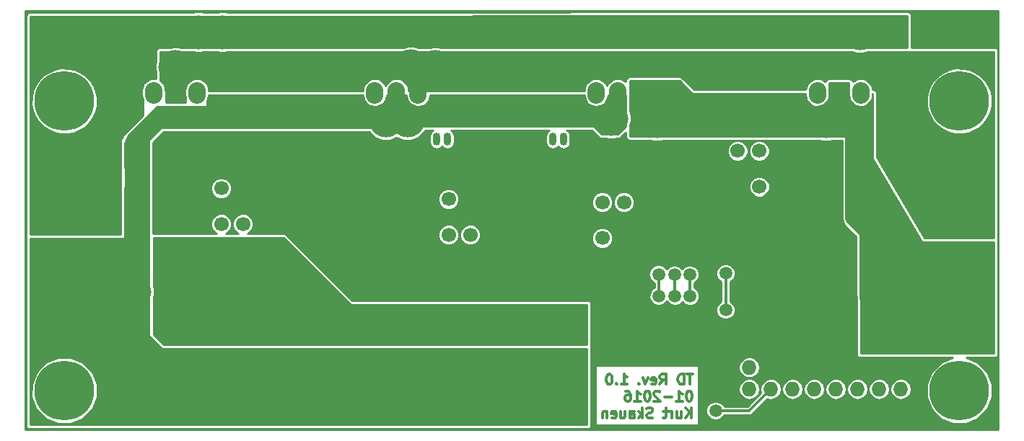
<source format=gbr>
G04 #@! TF.FileFunction,Copper,L2,Bot,Signal*
%FSLAX46Y46*%
G04 Gerber Fmt 4.6, Leading zero omitted, Abs format (unit mm)*
G04 Created by KiCad (PCBNEW 4.0.1-stable) date 13.01.2016 23:47:25*
%MOMM*%
G01*
G04 APERTURE LIST*
%ADD10C,0.100000*%
%ADD11C,0.300000*%
%ADD12C,7.000000*%
%ADD13C,1.700000*%
%ADD14R,2.300000X2.300000*%
%ADD15C,2.300000*%
%ADD16O,0.899160X1.501140*%
%ADD17C,10.000000*%
%ADD18O,2.032000X2.540000*%
%ADD19R,1.727200X1.727200*%
%ADD20O,1.727200X1.727200*%
%ADD21C,1.500000*%
%ADD22C,4.000000*%
%ADD23C,2.000000*%
%ADD24C,0.254000*%
G04 APERTURE END LIST*
D10*
D11*
X208752714Y-73082857D02*
X208067000Y-73082857D01*
X208409857Y-74282857D02*
X208409857Y-73082857D01*
X207667000Y-74282857D02*
X207667000Y-73082857D01*
X207381285Y-73082857D01*
X207209857Y-73140000D01*
X207095571Y-73254286D01*
X207038428Y-73368571D01*
X206981285Y-73597143D01*
X206981285Y-73768571D01*
X207038428Y-73997143D01*
X207095571Y-74111429D01*
X207209857Y-74225714D01*
X207381285Y-74282857D01*
X207667000Y-74282857D01*
X204866999Y-74282857D02*
X205266999Y-73711429D01*
X205552714Y-74282857D02*
X205552714Y-73082857D01*
X205095571Y-73082857D01*
X204981285Y-73140000D01*
X204924142Y-73197143D01*
X204866999Y-73311429D01*
X204866999Y-73482857D01*
X204924142Y-73597143D01*
X204981285Y-73654286D01*
X205095571Y-73711429D01*
X205552714Y-73711429D01*
X203895571Y-74225714D02*
X204009857Y-74282857D01*
X204238428Y-74282857D01*
X204352714Y-74225714D01*
X204409857Y-74111429D01*
X204409857Y-73654286D01*
X204352714Y-73540000D01*
X204238428Y-73482857D01*
X204009857Y-73482857D01*
X203895571Y-73540000D01*
X203838428Y-73654286D01*
X203838428Y-73768571D01*
X204409857Y-73882857D01*
X203438428Y-73482857D02*
X203152714Y-74282857D01*
X202867000Y-73482857D01*
X202409857Y-74168571D02*
X202352714Y-74225714D01*
X202409857Y-74282857D01*
X202467000Y-74225714D01*
X202409857Y-74168571D01*
X202409857Y-74282857D01*
X200295570Y-74282857D02*
X200981285Y-74282857D01*
X200638427Y-74282857D02*
X200638427Y-73082857D01*
X200752713Y-73254286D01*
X200866999Y-73368571D01*
X200981285Y-73425714D01*
X199781285Y-74168571D02*
X199724142Y-74225714D01*
X199781285Y-74282857D01*
X199838428Y-74225714D01*
X199781285Y-74168571D01*
X199781285Y-74282857D01*
X198981284Y-73082857D02*
X198866999Y-73082857D01*
X198752713Y-73140000D01*
X198695570Y-73197143D01*
X198638427Y-73311429D01*
X198581284Y-73540000D01*
X198581284Y-73825714D01*
X198638427Y-74054286D01*
X198695570Y-74168571D01*
X198752713Y-74225714D01*
X198866999Y-74282857D01*
X198981284Y-74282857D01*
X199095570Y-74225714D01*
X199152713Y-74168571D01*
X199209856Y-74054286D01*
X199266999Y-73825714D01*
X199266999Y-73540000D01*
X199209856Y-73311429D01*
X199152713Y-73197143D01*
X199095570Y-73140000D01*
X198981284Y-73082857D01*
X208352714Y-75062857D02*
X208238429Y-75062857D01*
X208124143Y-75120000D01*
X208067000Y-75177143D01*
X208009857Y-75291429D01*
X207952714Y-75520000D01*
X207952714Y-75805714D01*
X208009857Y-76034286D01*
X208067000Y-76148571D01*
X208124143Y-76205714D01*
X208238429Y-76262857D01*
X208352714Y-76262857D01*
X208467000Y-76205714D01*
X208524143Y-76148571D01*
X208581286Y-76034286D01*
X208638429Y-75805714D01*
X208638429Y-75520000D01*
X208581286Y-75291429D01*
X208524143Y-75177143D01*
X208467000Y-75120000D01*
X208352714Y-75062857D01*
X206809857Y-76262857D02*
X207495572Y-76262857D01*
X207152714Y-76262857D02*
X207152714Y-75062857D01*
X207267000Y-75234286D01*
X207381286Y-75348571D01*
X207495572Y-75405714D01*
X206295572Y-75805714D02*
X205381286Y-75805714D01*
X204867001Y-75177143D02*
X204809858Y-75120000D01*
X204695572Y-75062857D01*
X204409858Y-75062857D01*
X204295572Y-75120000D01*
X204238429Y-75177143D01*
X204181286Y-75291429D01*
X204181286Y-75405714D01*
X204238429Y-75577143D01*
X204924143Y-76262857D01*
X204181286Y-76262857D01*
X203438429Y-75062857D02*
X203324144Y-75062857D01*
X203209858Y-75120000D01*
X203152715Y-75177143D01*
X203095572Y-75291429D01*
X203038429Y-75520000D01*
X203038429Y-75805714D01*
X203095572Y-76034286D01*
X203152715Y-76148571D01*
X203209858Y-76205714D01*
X203324144Y-76262857D01*
X203438429Y-76262857D01*
X203552715Y-76205714D01*
X203609858Y-76148571D01*
X203667001Y-76034286D01*
X203724144Y-75805714D01*
X203724144Y-75520000D01*
X203667001Y-75291429D01*
X203609858Y-75177143D01*
X203552715Y-75120000D01*
X203438429Y-75062857D01*
X201895572Y-76262857D02*
X202581287Y-76262857D01*
X202238429Y-76262857D02*
X202238429Y-75062857D01*
X202352715Y-75234286D01*
X202467001Y-75348571D01*
X202581287Y-75405714D01*
X200867001Y-75062857D02*
X201095572Y-75062857D01*
X201209858Y-75120000D01*
X201267001Y-75177143D01*
X201381287Y-75348571D01*
X201438430Y-75577143D01*
X201438430Y-76034286D01*
X201381287Y-76148571D01*
X201324144Y-76205714D01*
X201209858Y-76262857D01*
X200981287Y-76262857D01*
X200867001Y-76205714D01*
X200809858Y-76148571D01*
X200752715Y-76034286D01*
X200752715Y-75748571D01*
X200809858Y-75634286D01*
X200867001Y-75577143D01*
X200981287Y-75520000D01*
X201209858Y-75520000D01*
X201324144Y-75577143D01*
X201381287Y-75634286D01*
X201438430Y-75748571D01*
X208581286Y-78242857D02*
X208581286Y-77042857D01*
X207895571Y-78242857D02*
X208409857Y-77557143D01*
X207895571Y-77042857D02*
X208581286Y-77728571D01*
X206867000Y-77442857D02*
X206867000Y-78242857D01*
X207381286Y-77442857D02*
X207381286Y-78071429D01*
X207324143Y-78185714D01*
X207209857Y-78242857D01*
X207038429Y-78242857D01*
X206924143Y-78185714D01*
X206867000Y-78128571D01*
X206295572Y-78242857D02*
X206295572Y-77442857D01*
X206295572Y-77671429D02*
X206238429Y-77557143D01*
X206181286Y-77500000D01*
X206067000Y-77442857D01*
X205952715Y-77442857D01*
X205724143Y-77442857D02*
X205267000Y-77442857D01*
X205552715Y-77042857D02*
X205552715Y-78071429D01*
X205495572Y-78185714D01*
X205381286Y-78242857D01*
X205267000Y-78242857D01*
X204009858Y-78185714D02*
X203838429Y-78242857D01*
X203552715Y-78242857D01*
X203438429Y-78185714D01*
X203381286Y-78128571D01*
X203324143Y-78014286D01*
X203324143Y-77900000D01*
X203381286Y-77785714D01*
X203438429Y-77728571D01*
X203552715Y-77671429D01*
X203781286Y-77614286D01*
X203895572Y-77557143D01*
X203952715Y-77500000D01*
X204009858Y-77385714D01*
X204009858Y-77271429D01*
X203952715Y-77157143D01*
X203895572Y-77100000D01*
X203781286Y-77042857D01*
X203495572Y-77042857D01*
X203324143Y-77100000D01*
X202809858Y-78242857D02*
X202809858Y-77042857D01*
X202695572Y-77785714D02*
X202352715Y-78242857D01*
X202352715Y-77442857D02*
X202809858Y-77900000D01*
X201324143Y-78242857D02*
X201324143Y-77614286D01*
X201381286Y-77500000D01*
X201495572Y-77442857D01*
X201724143Y-77442857D01*
X201838429Y-77500000D01*
X201324143Y-78185714D02*
X201438429Y-78242857D01*
X201724143Y-78242857D01*
X201838429Y-78185714D01*
X201895572Y-78071429D01*
X201895572Y-77957143D01*
X201838429Y-77842857D01*
X201724143Y-77785714D01*
X201438429Y-77785714D01*
X201324143Y-77728571D01*
X200238429Y-77442857D02*
X200238429Y-78242857D01*
X200752715Y-77442857D02*
X200752715Y-78071429D01*
X200695572Y-78185714D01*
X200581286Y-78242857D01*
X200409858Y-78242857D01*
X200295572Y-78185714D01*
X200238429Y-78128571D01*
X199209858Y-78185714D02*
X199324144Y-78242857D01*
X199552715Y-78242857D01*
X199667001Y-78185714D01*
X199724144Y-78071429D01*
X199724144Y-77614286D01*
X199667001Y-77500000D01*
X199552715Y-77442857D01*
X199324144Y-77442857D01*
X199209858Y-77500000D01*
X199152715Y-77614286D01*
X199152715Y-77728571D01*
X199724144Y-77842857D01*
X198638430Y-77442857D02*
X198638430Y-78242857D01*
X198638430Y-77557143D02*
X198581287Y-77500000D01*
X198467001Y-77442857D01*
X198295573Y-77442857D01*
X198181287Y-77500000D01*
X198124144Y-77614286D01*
X198124144Y-78242857D01*
D12*
X135000000Y-41000000D03*
X240000000Y-41000000D03*
X240000000Y-75000000D03*
D13*
X194675000Y-73333000D03*
X194675000Y-65833000D03*
X173974000Y-73333000D03*
X173974000Y-65833000D03*
D14*
X149590000Y-74483000D03*
D15*
X149590000Y-59483000D03*
D14*
X158734000Y-74483000D03*
D15*
X158734000Y-59483000D03*
D16*
X179943000Y-45466000D03*
X178673000Y-45466000D03*
X181213000Y-45466000D03*
X193532000Y-45466000D03*
X192262000Y-45466000D03*
X194802000Y-45466000D03*
D13*
X182610000Y-52510000D03*
X180070000Y-52510000D03*
X182610000Y-56710000D03*
X180070000Y-56710000D03*
X155940000Y-51240000D03*
X153400000Y-51240000D03*
X155940000Y-55440000D03*
X153400000Y-55440000D03*
X200644000Y-52891000D03*
X198104000Y-52891000D03*
X200644000Y-57091000D03*
X198104000Y-57091000D03*
X213979000Y-51054000D03*
X216519000Y-51054000D03*
X213979000Y-46854000D03*
X216519000Y-46854000D03*
D17*
X136763000Y-65000000D03*
X136763000Y-50000000D03*
X238000000Y-50000000D03*
X238000000Y-65000000D03*
D12*
X135000000Y-75000000D03*
D18*
X148000000Y-40000000D03*
X150540000Y-40000000D03*
X145460000Y-40000000D03*
X173960000Y-40000000D03*
X176500000Y-40000000D03*
X171420000Y-40000000D03*
X199920000Y-40000000D03*
X202460000Y-40000000D03*
X197380000Y-40000000D03*
X225880000Y-40000000D03*
X228420000Y-40000000D03*
X223340000Y-40000000D03*
D19*
X233124000Y-72291000D03*
D20*
X233124000Y-74831000D03*
X230584000Y-72291000D03*
X230584000Y-74831000D03*
X228044000Y-72291000D03*
X228044000Y-74831000D03*
X225504000Y-72291000D03*
X225504000Y-74831000D03*
X222964000Y-72291000D03*
X222964000Y-74831000D03*
X220424000Y-72291000D03*
X220424000Y-74831000D03*
X217884000Y-72291000D03*
X217884000Y-74831000D03*
X215344000Y-72291000D03*
X215344000Y-74831000D03*
D21*
X172196000Y-59345958D03*
X210677000Y-65659000D03*
D22*
X175236820Y-43265853D03*
X172739869Y-43241445D03*
X143208000Y-63401000D03*
X199120000Y-43053000D03*
X140160001Y-44478000D03*
X153527000Y-32893000D03*
X150733000Y-32893000D03*
X228330000Y-33020000D03*
D21*
X204704148Y-61345334D03*
X204724000Y-63889020D03*
X211407000Y-77371000D03*
X212582000Y-61214000D03*
X212582000Y-65532000D03*
X206581000Y-61369000D03*
X206629000Y-63889020D03*
X208378895Y-63909229D03*
X208359000Y-61369000D03*
D22*
X178514000Y-36984998D03*
X175642331Y-36946598D03*
X233886000Y-44986000D03*
X148034000Y-36985012D03*
X204549000Y-43335000D03*
X224351690Y-43359378D03*
X227589472Y-43412657D03*
X233505000Y-60607000D03*
D11*
X217884000Y-72291000D02*
X216614000Y-73561000D01*
X216614000Y-73561000D02*
X212681000Y-73561000D01*
X212681000Y-73561000D02*
X212679000Y-73563000D01*
X212679000Y-73563000D02*
X210645000Y-71529000D01*
X210645000Y-71529000D02*
X210645000Y-68132686D01*
X210645000Y-68132686D02*
X210677000Y-68100686D01*
X210677000Y-68100686D02*
X210677686Y-68100000D01*
X171135340Y-59345958D02*
X172196000Y-59345958D01*
X155940000Y-51240000D02*
X164045958Y-59345958D01*
X172945999Y-58595959D02*
X172196000Y-59345958D01*
X182610000Y-52510000D02*
X179585001Y-55534999D01*
X179585001Y-55534999D02*
X176006959Y-55534999D01*
X164045958Y-59345958D02*
X171135340Y-59345958D01*
X176006959Y-55534999D02*
X172945999Y-58595959D01*
X210677000Y-65659000D02*
X210677000Y-66719660D01*
X210677000Y-66719660D02*
X210677686Y-66720346D01*
X210677686Y-66720346D02*
X210677686Y-68100000D01*
X213979000Y-67056000D02*
X213979000Y-51054000D01*
X210677686Y-68100000D02*
X212935000Y-68100000D01*
X212935000Y-68100000D02*
X213979000Y-67056000D01*
X230584000Y-72291000D02*
X233124000Y-72291000D01*
X228044000Y-72291000D02*
X229265314Y-72291000D01*
X229265314Y-72291000D02*
X230584000Y-72291000D01*
X225504000Y-72291000D02*
X228044000Y-72291000D01*
X222964000Y-72291000D02*
X225504000Y-72291000D01*
X220424000Y-72291000D02*
X222964000Y-72291000D01*
X217884000Y-72291000D02*
X220424000Y-72291000D01*
X210677000Y-65659000D02*
X203057000Y-65659000D01*
X203057000Y-65659000D02*
X200644000Y-63246000D01*
X200644000Y-63246000D02*
X200644000Y-59690000D01*
X194802000Y-45466000D02*
X194802000Y-53594000D01*
X184896081Y-53594000D02*
X194802000Y-53594000D01*
X194802000Y-53594000D02*
X194802000Y-58039000D01*
X182610000Y-52510000D02*
X183812081Y-52510000D01*
X183812081Y-52510000D02*
X184896081Y-53594000D01*
X181213000Y-45466000D02*
X181213000Y-51113000D01*
X181213000Y-51113000D02*
X182610000Y-52510000D01*
X200644000Y-59690000D02*
X200644000Y-57091000D01*
X194802000Y-58039000D02*
X196453000Y-59690000D01*
X196453000Y-59690000D02*
X200644000Y-59690000D01*
D23*
X175449673Y-43053000D02*
X175236820Y-43265853D01*
X199120000Y-43053000D02*
X175449673Y-43053000D01*
X172928314Y-43053000D02*
X172739869Y-43241445D01*
X174990000Y-43053000D02*
X172928314Y-43053000D01*
X143208000Y-46129000D02*
X146095555Y-43241445D01*
X143208000Y-63401000D02*
X143208000Y-46129000D01*
X146095555Y-43241445D02*
X169911442Y-43241445D01*
X169911442Y-43241445D02*
X172739869Y-43241445D01*
X194675000Y-73333000D02*
X194047000Y-73333000D01*
X173974000Y-73333000D02*
X194047000Y-73333000D01*
X158734000Y-74483000D02*
X172824000Y-74483000D01*
X172824000Y-74483000D02*
X173974000Y-73333000D01*
X149590000Y-74483000D02*
X158734000Y-74483000D01*
X143208000Y-63401000D02*
X143208000Y-68101000D01*
X143208000Y-68101000D02*
X149590000Y-74483000D01*
X194675000Y-65833000D02*
X194047000Y-65833000D01*
X153527000Y-32893000D02*
X228203000Y-32893000D01*
X228203000Y-32893000D02*
X228330000Y-33020000D01*
X173974000Y-65833000D02*
X194047000Y-65833000D01*
X158734000Y-63734000D02*
X160833000Y-65833000D01*
X160833000Y-65833000D02*
X173974000Y-65833000D01*
X158734000Y-59483000D02*
X158734000Y-63734000D01*
X149590000Y-59483000D02*
X158734000Y-59483000D01*
X140160001Y-44478000D02*
X140160001Y-46602999D01*
X140160001Y-46602999D02*
X136763000Y-50000000D01*
X150733000Y-32893000D02*
X145014000Y-32893000D01*
X140160001Y-41649573D02*
X140160001Y-44478000D01*
X145014000Y-32893000D02*
X140160001Y-37746999D01*
X140160001Y-37746999D02*
X140160001Y-41649573D01*
X153527000Y-32893000D02*
X153400000Y-33020000D01*
X153400000Y-33020000D02*
X150860000Y-33020000D01*
X150860000Y-33020000D02*
X150733000Y-32893000D01*
D11*
X204724000Y-63889020D02*
X204724000Y-61365186D01*
X204724000Y-61365186D02*
X204704148Y-61345334D01*
X215344000Y-77371000D02*
X212467660Y-77371000D01*
X217884000Y-74831000D02*
X215344000Y-77371000D01*
X212467660Y-77371000D02*
X211407000Y-77371000D01*
X212582000Y-61214000D02*
X212582000Y-65532000D01*
X206629000Y-63889020D02*
X206629000Y-61417000D01*
X206629000Y-61417000D02*
X206581000Y-61369000D01*
X208359000Y-63889334D02*
X208378895Y-63909229D01*
X208359000Y-61369000D02*
X208359000Y-63889334D01*
D23*
X230075998Y-36984998D02*
X181342427Y-36984998D01*
X233886000Y-40795000D02*
X230075998Y-36984998D01*
X178513998Y-36985000D02*
X178514000Y-36984998D01*
X181342427Y-36984998D02*
X178514000Y-36984998D01*
X176736000Y-36985000D02*
X178513998Y-36985000D01*
X233886000Y-44986000D02*
X233886000Y-40795000D01*
X178470758Y-36946598D02*
X175642331Y-36946598D01*
X179191986Y-36946598D02*
X178470758Y-36946598D01*
X175603917Y-36985012D02*
X175642331Y-36946598D01*
X179220194Y-36974806D02*
X179191986Y-36946598D01*
X148034000Y-36985012D02*
X175603917Y-36985012D01*
X204573378Y-43359378D02*
X204549000Y-43335000D01*
X224351690Y-43359378D02*
X204573378Y-43359378D01*
X224404969Y-43412657D02*
X224351690Y-43359378D01*
X227589472Y-43412657D02*
X224404969Y-43412657D01*
X227589472Y-54691472D02*
X227589472Y-46241084D01*
X233505000Y-60607000D02*
X227589472Y-54691472D01*
X227589472Y-46241084D02*
X227589472Y-43412657D01*
D24*
G36*
X244573000Y-79573000D02*
X130427000Y-79573000D01*
X130427000Y-79154609D01*
X130489000Y-79154609D01*
X130514795Y-79292056D01*
X130595788Y-79417896D01*
X130719358Y-79502311D01*
X130866035Y-79532000D01*
X196421035Y-79526000D01*
X196558023Y-79500217D01*
X196683871Y-79419237D01*
X196768298Y-79295674D01*
X196798000Y-79149000D01*
X196798000Y-72073000D01*
X197311430Y-72073000D01*
X197311430Y-79067000D01*
X209394000Y-79067000D01*
X209394000Y-77594191D01*
X210279805Y-77594191D01*
X210451019Y-78008560D01*
X210767772Y-78325867D01*
X211181842Y-78497804D01*
X211630191Y-78498195D01*
X212044560Y-78326981D01*
X212361867Y-78010228D01*
X212408468Y-77898000D01*
X215344000Y-77898000D01*
X215545675Y-77857885D01*
X215716645Y-77743645D01*
X217466835Y-75993455D01*
X217859695Y-76071600D01*
X217908305Y-76071600D01*
X218383062Y-75977165D01*
X218785542Y-75708237D01*
X219054470Y-75305757D01*
X219148905Y-74831000D01*
X219159095Y-74831000D01*
X219253530Y-75305757D01*
X219522458Y-75708237D01*
X219924938Y-75977165D01*
X220399695Y-76071600D01*
X220448305Y-76071600D01*
X220923062Y-75977165D01*
X221325542Y-75708237D01*
X221594470Y-75305757D01*
X221688905Y-74831000D01*
X221699095Y-74831000D01*
X221793530Y-75305757D01*
X222062458Y-75708237D01*
X222464938Y-75977165D01*
X222939695Y-76071600D01*
X222988305Y-76071600D01*
X223463062Y-75977165D01*
X223865542Y-75708237D01*
X224134470Y-75305757D01*
X224228905Y-74831000D01*
X224239095Y-74831000D01*
X224333530Y-75305757D01*
X224602458Y-75708237D01*
X225004938Y-75977165D01*
X225479695Y-76071600D01*
X225528305Y-76071600D01*
X226003062Y-75977165D01*
X226405542Y-75708237D01*
X226674470Y-75305757D01*
X226768905Y-74831000D01*
X226779095Y-74831000D01*
X226873530Y-75305757D01*
X227142458Y-75708237D01*
X227544938Y-75977165D01*
X228019695Y-76071600D01*
X228068305Y-76071600D01*
X228543062Y-75977165D01*
X228945542Y-75708237D01*
X229214470Y-75305757D01*
X229308905Y-74831000D01*
X229319095Y-74831000D01*
X229413530Y-75305757D01*
X229682458Y-75708237D01*
X230084938Y-75977165D01*
X230559695Y-76071600D01*
X230608305Y-76071600D01*
X231083062Y-75977165D01*
X231485542Y-75708237D01*
X231754470Y-75305757D01*
X231848905Y-74831000D01*
X231859095Y-74831000D01*
X231953530Y-75305757D01*
X232222458Y-75708237D01*
X232624938Y-75977165D01*
X233099695Y-76071600D01*
X233148305Y-76071600D01*
X233623062Y-75977165D01*
X234025542Y-75708237D01*
X234294470Y-75305757D01*
X234388905Y-74831000D01*
X234294470Y-74356243D01*
X234025542Y-73953763D01*
X233623062Y-73684835D01*
X233148305Y-73590400D01*
X233099695Y-73590400D01*
X232624938Y-73684835D01*
X232222458Y-73953763D01*
X231953530Y-74356243D01*
X231859095Y-74831000D01*
X231848905Y-74831000D01*
X231754470Y-74356243D01*
X231485542Y-73953763D01*
X231083062Y-73684835D01*
X230608305Y-73590400D01*
X230559695Y-73590400D01*
X230084938Y-73684835D01*
X229682458Y-73953763D01*
X229413530Y-74356243D01*
X229319095Y-74831000D01*
X229308905Y-74831000D01*
X229214470Y-74356243D01*
X228945542Y-73953763D01*
X228543062Y-73684835D01*
X228068305Y-73590400D01*
X228019695Y-73590400D01*
X227544938Y-73684835D01*
X227142458Y-73953763D01*
X226873530Y-74356243D01*
X226779095Y-74831000D01*
X226768905Y-74831000D01*
X226674470Y-74356243D01*
X226405542Y-73953763D01*
X226003062Y-73684835D01*
X225528305Y-73590400D01*
X225479695Y-73590400D01*
X225004938Y-73684835D01*
X224602458Y-73953763D01*
X224333530Y-74356243D01*
X224239095Y-74831000D01*
X224228905Y-74831000D01*
X224134470Y-74356243D01*
X223865542Y-73953763D01*
X223463062Y-73684835D01*
X222988305Y-73590400D01*
X222939695Y-73590400D01*
X222464938Y-73684835D01*
X222062458Y-73953763D01*
X221793530Y-74356243D01*
X221699095Y-74831000D01*
X221688905Y-74831000D01*
X221594470Y-74356243D01*
X221325542Y-73953763D01*
X220923062Y-73684835D01*
X220448305Y-73590400D01*
X220399695Y-73590400D01*
X219924938Y-73684835D01*
X219522458Y-73953763D01*
X219253530Y-74356243D01*
X219159095Y-74831000D01*
X219148905Y-74831000D01*
X219054470Y-74356243D01*
X218785542Y-73953763D01*
X218383062Y-73684835D01*
X217908305Y-73590400D01*
X217859695Y-73590400D01*
X217384938Y-73684835D01*
X216982458Y-73953763D01*
X216713530Y-74356243D01*
X216619095Y-74831000D01*
X216705305Y-75264405D01*
X215125710Y-76844000D01*
X212408664Y-76844000D01*
X212362981Y-76733440D01*
X212046228Y-76416133D01*
X211632158Y-76244196D01*
X211183809Y-76243805D01*
X210769440Y-76415019D01*
X210452133Y-76731772D01*
X210280196Y-77145842D01*
X210279805Y-77594191D01*
X209394000Y-77594191D01*
X209394000Y-74831000D01*
X214079095Y-74831000D01*
X214173530Y-75305757D01*
X214442458Y-75708237D01*
X214844938Y-75977165D01*
X215319695Y-76071600D01*
X215368305Y-76071600D01*
X215843062Y-75977165D01*
X216245542Y-75708237D01*
X216514470Y-75305757D01*
X216608905Y-74831000D01*
X216514470Y-74356243D01*
X216245542Y-73953763D01*
X215843062Y-73684835D01*
X215368305Y-73590400D01*
X215319695Y-73590400D01*
X214844938Y-73684835D01*
X214442458Y-73953763D01*
X214173530Y-74356243D01*
X214079095Y-74831000D01*
X209394000Y-74831000D01*
X209394000Y-72291000D01*
X214079095Y-72291000D01*
X214173530Y-72765757D01*
X214442458Y-73168237D01*
X214844938Y-73437165D01*
X215319695Y-73531600D01*
X215368305Y-73531600D01*
X215843062Y-73437165D01*
X216245542Y-73168237D01*
X216514470Y-72765757D01*
X216608905Y-72291000D01*
X216514470Y-71816243D01*
X216245542Y-71413763D01*
X215843062Y-71144835D01*
X215368305Y-71050400D01*
X215319695Y-71050400D01*
X214844938Y-71144835D01*
X214442458Y-71413763D01*
X214173530Y-71816243D01*
X214079095Y-72291000D01*
X209394000Y-72291000D01*
X209394000Y-72073000D01*
X197311430Y-72073000D01*
X196798000Y-72073000D01*
X196798000Y-70005000D01*
X196773230Y-69873320D01*
X196798000Y-69751000D01*
X196798000Y-64798000D01*
X196772217Y-64660977D01*
X196691237Y-64535129D01*
X196567674Y-64450702D01*
X196421000Y-64421000D01*
X168764158Y-64421000D01*
X165911683Y-61568525D01*
X203576953Y-61568525D01*
X203748167Y-61982894D01*
X204064920Y-62300201D01*
X204197000Y-62355045D01*
X204197000Y-62887356D01*
X204086440Y-62933039D01*
X203769133Y-63249792D01*
X203597196Y-63663862D01*
X203596805Y-64112211D01*
X203768019Y-64526580D01*
X204084772Y-64843887D01*
X204498842Y-65015824D01*
X204947191Y-65016215D01*
X205361560Y-64845001D01*
X205676772Y-64530339D01*
X205989772Y-64843887D01*
X206403842Y-65015824D01*
X206852191Y-65016215D01*
X207266560Y-64845001D01*
X207493979Y-64617979D01*
X207739667Y-64864096D01*
X208153737Y-65036033D01*
X208602086Y-65036424D01*
X209016455Y-64865210D01*
X209333762Y-64548457D01*
X209505699Y-64134387D01*
X209506090Y-63686038D01*
X209334876Y-63271669D01*
X209018123Y-62954362D01*
X208886000Y-62899500D01*
X208886000Y-62370664D01*
X208996560Y-62324981D01*
X209313867Y-62008228D01*
X209485804Y-61594158D01*
X209485940Y-61437191D01*
X211454805Y-61437191D01*
X211626019Y-61851560D01*
X211942772Y-62168867D01*
X212055000Y-62215468D01*
X212055000Y-64530336D01*
X211944440Y-64576019D01*
X211627133Y-64892772D01*
X211455196Y-65306842D01*
X211454805Y-65755191D01*
X211626019Y-66169560D01*
X211942772Y-66486867D01*
X212356842Y-66658804D01*
X212805191Y-66659195D01*
X213219560Y-66487981D01*
X213536867Y-66171228D01*
X213708804Y-65757158D01*
X213709195Y-65308809D01*
X213537981Y-64894440D01*
X213221228Y-64577133D01*
X213109000Y-64530532D01*
X213109000Y-62215664D01*
X213219560Y-62169981D01*
X213536867Y-61853228D01*
X213708804Y-61439158D01*
X213709195Y-60990809D01*
X213537981Y-60576440D01*
X213221228Y-60259133D01*
X212807158Y-60087196D01*
X212358809Y-60086805D01*
X211944440Y-60258019D01*
X211627133Y-60574772D01*
X211455196Y-60988842D01*
X211454805Y-61437191D01*
X209485940Y-61437191D01*
X209486195Y-61145809D01*
X209314981Y-60731440D01*
X208998228Y-60414133D01*
X208584158Y-60242196D01*
X208135809Y-60241805D01*
X207721440Y-60413019D01*
X207469839Y-60664181D01*
X207220228Y-60414133D01*
X206806158Y-60242196D01*
X206357809Y-60241805D01*
X205943440Y-60413019D01*
X205654160Y-60701794D01*
X205343376Y-60390467D01*
X204929306Y-60218530D01*
X204480957Y-60218139D01*
X204066588Y-60389353D01*
X203749281Y-60706106D01*
X203577344Y-61120176D01*
X203576953Y-61568525D01*
X165911683Y-61568525D01*
X161296153Y-56952995D01*
X178842788Y-56952995D01*
X179029194Y-57404131D01*
X179374053Y-57749593D01*
X179824864Y-57936786D01*
X180312995Y-57937212D01*
X180764131Y-57750806D01*
X181109593Y-57405947D01*
X181296786Y-56955136D01*
X181296787Y-56952995D01*
X181382788Y-56952995D01*
X181569194Y-57404131D01*
X181914053Y-57749593D01*
X182364864Y-57936786D01*
X182852995Y-57937212D01*
X183304131Y-57750806D01*
X183649593Y-57405947D01*
X183679470Y-57333995D01*
X196876788Y-57333995D01*
X197063194Y-57785131D01*
X197408053Y-58130593D01*
X197858864Y-58317786D01*
X198346995Y-58318212D01*
X198798131Y-58131806D01*
X199143593Y-57786947D01*
X199330786Y-57336136D01*
X199331212Y-56848005D01*
X199144806Y-56396869D01*
X198799947Y-56051407D01*
X198349136Y-55864214D01*
X197861005Y-55863788D01*
X197409869Y-56050194D01*
X197064407Y-56395053D01*
X196877214Y-56845864D01*
X196876788Y-57333995D01*
X183679470Y-57333995D01*
X183836786Y-56955136D01*
X183837212Y-56467005D01*
X183650806Y-56015869D01*
X183305947Y-55670407D01*
X182855136Y-55483214D01*
X182367005Y-55482788D01*
X181915869Y-55669194D01*
X181570407Y-56014053D01*
X181383214Y-56464864D01*
X181382788Y-56952995D01*
X181296787Y-56952995D01*
X181297212Y-56467005D01*
X181110806Y-56015869D01*
X180765947Y-55670407D01*
X180315136Y-55483214D01*
X179827005Y-55482788D01*
X179375869Y-55669194D01*
X179030407Y-56014053D01*
X178843214Y-56464864D01*
X178842788Y-56952995D01*
X161296153Y-56952995D01*
X161000579Y-56657421D01*
X160880674Y-56576702D01*
X160734000Y-56547000D01*
X156473930Y-56547000D01*
X156634131Y-56480806D01*
X156979593Y-56135947D01*
X157166786Y-55685136D01*
X157167212Y-55197005D01*
X156980806Y-54745869D01*
X156635947Y-54400407D01*
X156185136Y-54213214D01*
X155697005Y-54212788D01*
X155245869Y-54399194D01*
X154900407Y-54744053D01*
X154713214Y-55194864D01*
X154712788Y-55682995D01*
X154899194Y-56134131D01*
X155244053Y-56479593D01*
X155406387Y-56547000D01*
X153933930Y-56547000D01*
X154094131Y-56480806D01*
X154439593Y-56135947D01*
X154626786Y-55685136D01*
X154627212Y-55197005D01*
X154440806Y-54745869D01*
X154095947Y-54400407D01*
X153645136Y-54213214D01*
X153157005Y-54212788D01*
X152705869Y-54399194D01*
X152360407Y-54744053D01*
X152173214Y-55194864D01*
X152172788Y-55682995D01*
X152359194Y-56134131D01*
X152704053Y-56479593D01*
X152866387Y-56547000D01*
X145377000Y-56547000D01*
X145377000Y-52752995D01*
X178842788Y-52752995D01*
X179029194Y-53204131D01*
X179374053Y-53549593D01*
X179824864Y-53736786D01*
X180312995Y-53737212D01*
X180764131Y-53550806D01*
X181109593Y-53205947D01*
X181139470Y-53133995D01*
X196876788Y-53133995D01*
X197063194Y-53585131D01*
X197408053Y-53930593D01*
X197858864Y-54117786D01*
X198346995Y-54118212D01*
X198798131Y-53931806D01*
X199143593Y-53586947D01*
X199330786Y-53136136D01*
X199330787Y-53133995D01*
X199416788Y-53133995D01*
X199603194Y-53585131D01*
X199948053Y-53930593D01*
X200398864Y-54117786D01*
X200886995Y-54118212D01*
X201338131Y-53931806D01*
X201683593Y-53586947D01*
X201870786Y-53136136D01*
X201871212Y-52648005D01*
X201684806Y-52196869D01*
X201339947Y-51851407D01*
X200889136Y-51664214D01*
X200401005Y-51663788D01*
X199949869Y-51850194D01*
X199604407Y-52195053D01*
X199417214Y-52645864D01*
X199416788Y-53133995D01*
X199330787Y-53133995D01*
X199331212Y-52648005D01*
X199144806Y-52196869D01*
X198799947Y-51851407D01*
X198349136Y-51664214D01*
X197861005Y-51663788D01*
X197409869Y-51850194D01*
X197064407Y-52195053D01*
X196877214Y-52645864D01*
X196876788Y-53133995D01*
X181139470Y-53133995D01*
X181296786Y-52755136D01*
X181297212Y-52267005D01*
X181110806Y-51815869D01*
X180765947Y-51470407D01*
X180348325Y-51296995D01*
X215291788Y-51296995D01*
X215478194Y-51748131D01*
X215823053Y-52093593D01*
X216273864Y-52280786D01*
X216761995Y-52281212D01*
X217213131Y-52094806D01*
X217558593Y-51749947D01*
X217745786Y-51299136D01*
X217746212Y-50811005D01*
X217559806Y-50359869D01*
X217214947Y-50014407D01*
X216764136Y-49827214D01*
X216276005Y-49826788D01*
X215824869Y-50013194D01*
X215479407Y-50358053D01*
X215292214Y-50808864D01*
X215291788Y-51296995D01*
X180348325Y-51296995D01*
X180315136Y-51283214D01*
X179827005Y-51282788D01*
X179375869Y-51469194D01*
X179030407Y-51814053D01*
X178843214Y-52264864D01*
X178842788Y-52752995D01*
X145377000Y-52752995D01*
X145377000Y-51482995D01*
X152172788Y-51482995D01*
X152359194Y-51934131D01*
X152704053Y-52279593D01*
X153154864Y-52466786D01*
X153642995Y-52467212D01*
X154094131Y-52280806D01*
X154439593Y-51935947D01*
X154626786Y-51485136D01*
X154627212Y-50997005D01*
X154440806Y-50545869D01*
X154095947Y-50200407D01*
X153645136Y-50013214D01*
X153157005Y-50012788D01*
X152705869Y-50199194D01*
X152360407Y-50544053D01*
X152173214Y-50994864D01*
X152172788Y-51482995D01*
X145377000Y-51482995D01*
X145377000Y-47096995D01*
X212751788Y-47096995D01*
X212938194Y-47548131D01*
X213283053Y-47893593D01*
X213733864Y-48080786D01*
X214221995Y-48081212D01*
X214673131Y-47894806D01*
X215018593Y-47549947D01*
X215205786Y-47099136D01*
X215205787Y-47096995D01*
X215291788Y-47096995D01*
X215478194Y-47548131D01*
X215823053Y-47893593D01*
X216273864Y-48080786D01*
X216761995Y-48081212D01*
X217213131Y-47894806D01*
X217558593Y-47549947D01*
X217745786Y-47099136D01*
X217746212Y-46611005D01*
X217559806Y-46159869D01*
X217214947Y-45814407D01*
X216764136Y-45627214D01*
X216276005Y-45626788D01*
X215824869Y-45813194D01*
X215479407Y-46158053D01*
X215292214Y-46608864D01*
X215291788Y-47096995D01*
X215205787Y-47096995D01*
X215206212Y-46611005D01*
X215019806Y-46159869D01*
X214674947Y-45814407D01*
X214224136Y-45627214D01*
X213736005Y-45626788D01*
X213284869Y-45813194D01*
X212939407Y-46158053D01*
X212752214Y-46608864D01*
X212751788Y-47096995D01*
X145377000Y-47096995D01*
X145377000Y-45907372D01*
X146665927Y-44618445D01*
X170755813Y-44618445D01*
X171391649Y-45255392D01*
X172264980Y-45618031D01*
X173210609Y-45618857D01*
X173959718Y-45309331D01*
X174761931Y-45642439D01*
X175707560Y-45643265D01*
X176581523Y-45282150D01*
X177250767Y-44614073D01*
X177327201Y-44430000D01*
X178280744Y-44430000D01*
X178088520Y-44558440D01*
X177909340Y-44826602D01*
X177846420Y-45142920D01*
X177846420Y-45789080D01*
X177909340Y-46105398D01*
X178088520Y-46373560D01*
X178356682Y-46552740D01*
X178673000Y-46615660D01*
X178989318Y-46552740D01*
X179257480Y-46373560D01*
X179308000Y-46297951D01*
X179358520Y-46373560D01*
X179626682Y-46552740D01*
X179943000Y-46615660D01*
X180259318Y-46552740D01*
X180527480Y-46373560D01*
X180706660Y-46105398D01*
X180769580Y-45789080D01*
X180769580Y-45142920D01*
X180706660Y-44826602D01*
X180527480Y-44558440D01*
X180335256Y-44430000D01*
X191869744Y-44430000D01*
X191677520Y-44558440D01*
X191498340Y-44826602D01*
X191435420Y-45142920D01*
X191435420Y-45789080D01*
X191498340Y-46105398D01*
X191677520Y-46373560D01*
X191945682Y-46552740D01*
X192262000Y-46615660D01*
X192578318Y-46552740D01*
X192846480Y-46373560D01*
X192897000Y-46297951D01*
X192947520Y-46373560D01*
X193215682Y-46552740D01*
X193532000Y-46615660D01*
X193848318Y-46552740D01*
X194116480Y-46373560D01*
X194295660Y-46105398D01*
X194358580Y-45789080D01*
X194358580Y-45142920D01*
X194295660Y-44826602D01*
X194116480Y-44558440D01*
X193924256Y-44430000D01*
X196896842Y-44430000D01*
X197733421Y-45266579D01*
X197853326Y-45347298D01*
X198000000Y-45377000D01*
X198518470Y-45377000D01*
X198645111Y-45429586D01*
X199590740Y-45430412D01*
X199720007Y-45377000D01*
X200000000Y-45377000D01*
X200141862Y-45349291D01*
X200266579Y-45266579D01*
X200463268Y-45069890D01*
X200464703Y-45069297D01*
X200870000Y-44664707D01*
X200870000Y-45240000D01*
X200895783Y-45377023D01*
X200976763Y-45502871D01*
X201100326Y-45587298D01*
X201247000Y-45617000D01*
X203846323Y-45617000D01*
X204074111Y-45711586D01*
X205019740Y-45712412D01*
X205250654Y-45617000D01*
X223590304Y-45617000D01*
X223876801Y-45735964D01*
X224822430Y-45736790D01*
X225112343Y-45617000D01*
X226212472Y-45617000D01*
X226212472Y-54691472D01*
X226317290Y-55218427D01*
X226615786Y-55665158D01*
X227852012Y-56901384D01*
X227921005Y-70768876D01*
X227946783Y-70904023D01*
X228027763Y-71029871D01*
X228151326Y-71114298D01*
X228298000Y-71144000D01*
X239179750Y-71144000D01*
X237806725Y-71711323D01*
X236715156Y-72800988D01*
X236123674Y-74225434D01*
X236122328Y-75767800D01*
X236711323Y-77193275D01*
X237800988Y-78284844D01*
X239225434Y-78876326D01*
X240767800Y-78877672D01*
X242193275Y-78288677D01*
X243284844Y-77199012D01*
X243876326Y-75774566D01*
X243877672Y-74232200D01*
X243288677Y-72806725D01*
X242199012Y-71715156D01*
X240823516Y-71144000D01*
X244173000Y-71144000D01*
X244310023Y-71118217D01*
X244435871Y-71037237D01*
X244520298Y-70913674D01*
X244550000Y-70767000D01*
X244550000Y-57432000D01*
X244525226Y-57300339D01*
X244550000Y-57178000D01*
X244550000Y-35080000D01*
X244524217Y-34942977D01*
X244443237Y-34817129D01*
X244319674Y-34732702D01*
X244173000Y-34703000D01*
X234377000Y-34703000D01*
X234377000Y-30889000D01*
X234351149Y-30751803D01*
X234270106Y-30625995D01*
X234146502Y-30541630D01*
X233999814Y-30512000D01*
X154086448Y-30551526D01*
X154001889Y-30516414D01*
X153056260Y-30515588D01*
X152967944Y-30552079D01*
X151295773Y-30552906D01*
X151207889Y-30516414D01*
X150262260Y-30515588D01*
X150170596Y-30553463D01*
X130888814Y-30563000D01*
X130751977Y-30588783D01*
X130626129Y-30669763D01*
X130541702Y-30793326D01*
X130512000Y-30940000D01*
X130512000Y-56924000D01*
X130519980Y-56966411D01*
X130512000Y-57005609D01*
X130489000Y-79154609D01*
X130427000Y-79154609D01*
X130427000Y-30427000D01*
X244573000Y-30427000D01*
X244573000Y-79573000D01*
X244573000Y-79573000D01*
G37*
X244573000Y-79573000D02*
X130427000Y-79573000D01*
X130427000Y-79154609D01*
X130489000Y-79154609D01*
X130514795Y-79292056D01*
X130595788Y-79417896D01*
X130719358Y-79502311D01*
X130866035Y-79532000D01*
X196421035Y-79526000D01*
X196558023Y-79500217D01*
X196683871Y-79419237D01*
X196768298Y-79295674D01*
X196798000Y-79149000D01*
X196798000Y-72073000D01*
X197311430Y-72073000D01*
X197311430Y-79067000D01*
X209394000Y-79067000D01*
X209394000Y-77594191D01*
X210279805Y-77594191D01*
X210451019Y-78008560D01*
X210767772Y-78325867D01*
X211181842Y-78497804D01*
X211630191Y-78498195D01*
X212044560Y-78326981D01*
X212361867Y-78010228D01*
X212408468Y-77898000D01*
X215344000Y-77898000D01*
X215545675Y-77857885D01*
X215716645Y-77743645D01*
X217466835Y-75993455D01*
X217859695Y-76071600D01*
X217908305Y-76071600D01*
X218383062Y-75977165D01*
X218785542Y-75708237D01*
X219054470Y-75305757D01*
X219148905Y-74831000D01*
X219159095Y-74831000D01*
X219253530Y-75305757D01*
X219522458Y-75708237D01*
X219924938Y-75977165D01*
X220399695Y-76071600D01*
X220448305Y-76071600D01*
X220923062Y-75977165D01*
X221325542Y-75708237D01*
X221594470Y-75305757D01*
X221688905Y-74831000D01*
X221699095Y-74831000D01*
X221793530Y-75305757D01*
X222062458Y-75708237D01*
X222464938Y-75977165D01*
X222939695Y-76071600D01*
X222988305Y-76071600D01*
X223463062Y-75977165D01*
X223865542Y-75708237D01*
X224134470Y-75305757D01*
X224228905Y-74831000D01*
X224239095Y-74831000D01*
X224333530Y-75305757D01*
X224602458Y-75708237D01*
X225004938Y-75977165D01*
X225479695Y-76071600D01*
X225528305Y-76071600D01*
X226003062Y-75977165D01*
X226405542Y-75708237D01*
X226674470Y-75305757D01*
X226768905Y-74831000D01*
X226779095Y-74831000D01*
X226873530Y-75305757D01*
X227142458Y-75708237D01*
X227544938Y-75977165D01*
X228019695Y-76071600D01*
X228068305Y-76071600D01*
X228543062Y-75977165D01*
X228945542Y-75708237D01*
X229214470Y-75305757D01*
X229308905Y-74831000D01*
X229319095Y-74831000D01*
X229413530Y-75305757D01*
X229682458Y-75708237D01*
X230084938Y-75977165D01*
X230559695Y-76071600D01*
X230608305Y-76071600D01*
X231083062Y-75977165D01*
X231485542Y-75708237D01*
X231754470Y-75305757D01*
X231848905Y-74831000D01*
X231859095Y-74831000D01*
X231953530Y-75305757D01*
X232222458Y-75708237D01*
X232624938Y-75977165D01*
X233099695Y-76071600D01*
X233148305Y-76071600D01*
X233623062Y-75977165D01*
X234025542Y-75708237D01*
X234294470Y-75305757D01*
X234388905Y-74831000D01*
X234294470Y-74356243D01*
X234025542Y-73953763D01*
X233623062Y-73684835D01*
X233148305Y-73590400D01*
X233099695Y-73590400D01*
X232624938Y-73684835D01*
X232222458Y-73953763D01*
X231953530Y-74356243D01*
X231859095Y-74831000D01*
X231848905Y-74831000D01*
X231754470Y-74356243D01*
X231485542Y-73953763D01*
X231083062Y-73684835D01*
X230608305Y-73590400D01*
X230559695Y-73590400D01*
X230084938Y-73684835D01*
X229682458Y-73953763D01*
X229413530Y-74356243D01*
X229319095Y-74831000D01*
X229308905Y-74831000D01*
X229214470Y-74356243D01*
X228945542Y-73953763D01*
X228543062Y-73684835D01*
X228068305Y-73590400D01*
X228019695Y-73590400D01*
X227544938Y-73684835D01*
X227142458Y-73953763D01*
X226873530Y-74356243D01*
X226779095Y-74831000D01*
X226768905Y-74831000D01*
X226674470Y-74356243D01*
X226405542Y-73953763D01*
X226003062Y-73684835D01*
X225528305Y-73590400D01*
X225479695Y-73590400D01*
X225004938Y-73684835D01*
X224602458Y-73953763D01*
X224333530Y-74356243D01*
X224239095Y-74831000D01*
X224228905Y-74831000D01*
X224134470Y-74356243D01*
X223865542Y-73953763D01*
X223463062Y-73684835D01*
X222988305Y-73590400D01*
X222939695Y-73590400D01*
X222464938Y-73684835D01*
X222062458Y-73953763D01*
X221793530Y-74356243D01*
X221699095Y-74831000D01*
X221688905Y-74831000D01*
X221594470Y-74356243D01*
X221325542Y-73953763D01*
X220923062Y-73684835D01*
X220448305Y-73590400D01*
X220399695Y-73590400D01*
X219924938Y-73684835D01*
X219522458Y-73953763D01*
X219253530Y-74356243D01*
X219159095Y-74831000D01*
X219148905Y-74831000D01*
X219054470Y-74356243D01*
X218785542Y-73953763D01*
X218383062Y-73684835D01*
X217908305Y-73590400D01*
X217859695Y-73590400D01*
X217384938Y-73684835D01*
X216982458Y-73953763D01*
X216713530Y-74356243D01*
X216619095Y-74831000D01*
X216705305Y-75264405D01*
X215125710Y-76844000D01*
X212408664Y-76844000D01*
X212362981Y-76733440D01*
X212046228Y-76416133D01*
X211632158Y-76244196D01*
X211183809Y-76243805D01*
X210769440Y-76415019D01*
X210452133Y-76731772D01*
X210280196Y-77145842D01*
X210279805Y-77594191D01*
X209394000Y-77594191D01*
X209394000Y-74831000D01*
X214079095Y-74831000D01*
X214173530Y-75305757D01*
X214442458Y-75708237D01*
X214844938Y-75977165D01*
X215319695Y-76071600D01*
X215368305Y-76071600D01*
X215843062Y-75977165D01*
X216245542Y-75708237D01*
X216514470Y-75305757D01*
X216608905Y-74831000D01*
X216514470Y-74356243D01*
X216245542Y-73953763D01*
X215843062Y-73684835D01*
X215368305Y-73590400D01*
X215319695Y-73590400D01*
X214844938Y-73684835D01*
X214442458Y-73953763D01*
X214173530Y-74356243D01*
X214079095Y-74831000D01*
X209394000Y-74831000D01*
X209394000Y-72291000D01*
X214079095Y-72291000D01*
X214173530Y-72765757D01*
X214442458Y-73168237D01*
X214844938Y-73437165D01*
X215319695Y-73531600D01*
X215368305Y-73531600D01*
X215843062Y-73437165D01*
X216245542Y-73168237D01*
X216514470Y-72765757D01*
X216608905Y-72291000D01*
X216514470Y-71816243D01*
X216245542Y-71413763D01*
X215843062Y-71144835D01*
X215368305Y-71050400D01*
X215319695Y-71050400D01*
X214844938Y-71144835D01*
X214442458Y-71413763D01*
X214173530Y-71816243D01*
X214079095Y-72291000D01*
X209394000Y-72291000D01*
X209394000Y-72073000D01*
X197311430Y-72073000D01*
X196798000Y-72073000D01*
X196798000Y-70005000D01*
X196773230Y-69873320D01*
X196798000Y-69751000D01*
X196798000Y-64798000D01*
X196772217Y-64660977D01*
X196691237Y-64535129D01*
X196567674Y-64450702D01*
X196421000Y-64421000D01*
X168764158Y-64421000D01*
X165911683Y-61568525D01*
X203576953Y-61568525D01*
X203748167Y-61982894D01*
X204064920Y-62300201D01*
X204197000Y-62355045D01*
X204197000Y-62887356D01*
X204086440Y-62933039D01*
X203769133Y-63249792D01*
X203597196Y-63663862D01*
X203596805Y-64112211D01*
X203768019Y-64526580D01*
X204084772Y-64843887D01*
X204498842Y-65015824D01*
X204947191Y-65016215D01*
X205361560Y-64845001D01*
X205676772Y-64530339D01*
X205989772Y-64843887D01*
X206403842Y-65015824D01*
X206852191Y-65016215D01*
X207266560Y-64845001D01*
X207493979Y-64617979D01*
X207739667Y-64864096D01*
X208153737Y-65036033D01*
X208602086Y-65036424D01*
X209016455Y-64865210D01*
X209333762Y-64548457D01*
X209505699Y-64134387D01*
X209506090Y-63686038D01*
X209334876Y-63271669D01*
X209018123Y-62954362D01*
X208886000Y-62899500D01*
X208886000Y-62370664D01*
X208996560Y-62324981D01*
X209313867Y-62008228D01*
X209485804Y-61594158D01*
X209485940Y-61437191D01*
X211454805Y-61437191D01*
X211626019Y-61851560D01*
X211942772Y-62168867D01*
X212055000Y-62215468D01*
X212055000Y-64530336D01*
X211944440Y-64576019D01*
X211627133Y-64892772D01*
X211455196Y-65306842D01*
X211454805Y-65755191D01*
X211626019Y-66169560D01*
X211942772Y-66486867D01*
X212356842Y-66658804D01*
X212805191Y-66659195D01*
X213219560Y-66487981D01*
X213536867Y-66171228D01*
X213708804Y-65757158D01*
X213709195Y-65308809D01*
X213537981Y-64894440D01*
X213221228Y-64577133D01*
X213109000Y-64530532D01*
X213109000Y-62215664D01*
X213219560Y-62169981D01*
X213536867Y-61853228D01*
X213708804Y-61439158D01*
X213709195Y-60990809D01*
X213537981Y-60576440D01*
X213221228Y-60259133D01*
X212807158Y-60087196D01*
X212358809Y-60086805D01*
X211944440Y-60258019D01*
X211627133Y-60574772D01*
X211455196Y-60988842D01*
X211454805Y-61437191D01*
X209485940Y-61437191D01*
X209486195Y-61145809D01*
X209314981Y-60731440D01*
X208998228Y-60414133D01*
X208584158Y-60242196D01*
X208135809Y-60241805D01*
X207721440Y-60413019D01*
X207469839Y-60664181D01*
X207220228Y-60414133D01*
X206806158Y-60242196D01*
X206357809Y-60241805D01*
X205943440Y-60413019D01*
X205654160Y-60701794D01*
X205343376Y-60390467D01*
X204929306Y-60218530D01*
X204480957Y-60218139D01*
X204066588Y-60389353D01*
X203749281Y-60706106D01*
X203577344Y-61120176D01*
X203576953Y-61568525D01*
X165911683Y-61568525D01*
X161296153Y-56952995D01*
X178842788Y-56952995D01*
X179029194Y-57404131D01*
X179374053Y-57749593D01*
X179824864Y-57936786D01*
X180312995Y-57937212D01*
X180764131Y-57750806D01*
X181109593Y-57405947D01*
X181296786Y-56955136D01*
X181296787Y-56952995D01*
X181382788Y-56952995D01*
X181569194Y-57404131D01*
X181914053Y-57749593D01*
X182364864Y-57936786D01*
X182852995Y-57937212D01*
X183304131Y-57750806D01*
X183649593Y-57405947D01*
X183679470Y-57333995D01*
X196876788Y-57333995D01*
X197063194Y-57785131D01*
X197408053Y-58130593D01*
X197858864Y-58317786D01*
X198346995Y-58318212D01*
X198798131Y-58131806D01*
X199143593Y-57786947D01*
X199330786Y-57336136D01*
X199331212Y-56848005D01*
X199144806Y-56396869D01*
X198799947Y-56051407D01*
X198349136Y-55864214D01*
X197861005Y-55863788D01*
X197409869Y-56050194D01*
X197064407Y-56395053D01*
X196877214Y-56845864D01*
X196876788Y-57333995D01*
X183679470Y-57333995D01*
X183836786Y-56955136D01*
X183837212Y-56467005D01*
X183650806Y-56015869D01*
X183305947Y-55670407D01*
X182855136Y-55483214D01*
X182367005Y-55482788D01*
X181915869Y-55669194D01*
X181570407Y-56014053D01*
X181383214Y-56464864D01*
X181382788Y-56952995D01*
X181296787Y-56952995D01*
X181297212Y-56467005D01*
X181110806Y-56015869D01*
X180765947Y-55670407D01*
X180315136Y-55483214D01*
X179827005Y-55482788D01*
X179375869Y-55669194D01*
X179030407Y-56014053D01*
X178843214Y-56464864D01*
X178842788Y-56952995D01*
X161296153Y-56952995D01*
X161000579Y-56657421D01*
X160880674Y-56576702D01*
X160734000Y-56547000D01*
X156473930Y-56547000D01*
X156634131Y-56480806D01*
X156979593Y-56135947D01*
X157166786Y-55685136D01*
X157167212Y-55197005D01*
X156980806Y-54745869D01*
X156635947Y-54400407D01*
X156185136Y-54213214D01*
X155697005Y-54212788D01*
X155245869Y-54399194D01*
X154900407Y-54744053D01*
X154713214Y-55194864D01*
X154712788Y-55682995D01*
X154899194Y-56134131D01*
X155244053Y-56479593D01*
X155406387Y-56547000D01*
X153933930Y-56547000D01*
X154094131Y-56480806D01*
X154439593Y-56135947D01*
X154626786Y-55685136D01*
X154627212Y-55197005D01*
X154440806Y-54745869D01*
X154095947Y-54400407D01*
X153645136Y-54213214D01*
X153157005Y-54212788D01*
X152705869Y-54399194D01*
X152360407Y-54744053D01*
X152173214Y-55194864D01*
X152172788Y-55682995D01*
X152359194Y-56134131D01*
X152704053Y-56479593D01*
X152866387Y-56547000D01*
X145377000Y-56547000D01*
X145377000Y-52752995D01*
X178842788Y-52752995D01*
X179029194Y-53204131D01*
X179374053Y-53549593D01*
X179824864Y-53736786D01*
X180312995Y-53737212D01*
X180764131Y-53550806D01*
X181109593Y-53205947D01*
X181139470Y-53133995D01*
X196876788Y-53133995D01*
X197063194Y-53585131D01*
X197408053Y-53930593D01*
X197858864Y-54117786D01*
X198346995Y-54118212D01*
X198798131Y-53931806D01*
X199143593Y-53586947D01*
X199330786Y-53136136D01*
X199330787Y-53133995D01*
X199416788Y-53133995D01*
X199603194Y-53585131D01*
X199948053Y-53930593D01*
X200398864Y-54117786D01*
X200886995Y-54118212D01*
X201338131Y-53931806D01*
X201683593Y-53586947D01*
X201870786Y-53136136D01*
X201871212Y-52648005D01*
X201684806Y-52196869D01*
X201339947Y-51851407D01*
X200889136Y-51664214D01*
X200401005Y-51663788D01*
X199949869Y-51850194D01*
X199604407Y-52195053D01*
X199417214Y-52645864D01*
X199416788Y-53133995D01*
X199330787Y-53133995D01*
X199331212Y-52648005D01*
X199144806Y-52196869D01*
X198799947Y-51851407D01*
X198349136Y-51664214D01*
X197861005Y-51663788D01*
X197409869Y-51850194D01*
X197064407Y-52195053D01*
X196877214Y-52645864D01*
X196876788Y-53133995D01*
X181139470Y-53133995D01*
X181296786Y-52755136D01*
X181297212Y-52267005D01*
X181110806Y-51815869D01*
X180765947Y-51470407D01*
X180348325Y-51296995D01*
X215291788Y-51296995D01*
X215478194Y-51748131D01*
X215823053Y-52093593D01*
X216273864Y-52280786D01*
X216761995Y-52281212D01*
X217213131Y-52094806D01*
X217558593Y-51749947D01*
X217745786Y-51299136D01*
X217746212Y-50811005D01*
X217559806Y-50359869D01*
X217214947Y-50014407D01*
X216764136Y-49827214D01*
X216276005Y-49826788D01*
X215824869Y-50013194D01*
X215479407Y-50358053D01*
X215292214Y-50808864D01*
X215291788Y-51296995D01*
X180348325Y-51296995D01*
X180315136Y-51283214D01*
X179827005Y-51282788D01*
X179375869Y-51469194D01*
X179030407Y-51814053D01*
X178843214Y-52264864D01*
X178842788Y-52752995D01*
X145377000Y-52752995D01*
X145377000Y-51482995D01*
X152172788Y-51482995D01*
X152359194Y-51934131D01*
X152704053Y-52279593D01*
X153154864Y-52466786D01*
X153642995Y-52467212D01*
X154094131Y-52280806D01*
X154439593Y-51935947D01*
X154626786Y-51485136D01*
X154627212Y-50997005D01*
X154440806Y-50545869D01*
X154095947Y-50200407D01*
X153645136Y-50013214D01*
X153157005Y-50012788D01*
X152705869Y-50199194D01*
X152360407Y-50544053D01*
X152173214Y-50994864D01*
X152172788Y-51482995D01*
X145377000Y-51482995D01*
X145377000Y-47096995D01*
X212751788Y-47096995D01*
X212938194Y-47548131D01*
X213283053Y-47893593D01*
X213733864Y-48080786D01*
X214221995Y-48081212D01*
X214673131Y-47894806D01*
X215018593Y-47549947D01*
X215205786Y-47099136D01*
X215205787Y-47096995D01*
X215291788Y-47096995D01*
X215478194Y-47548131D01*
X215823053Y-47893593D01*
X216273864Y-48080786D01*
X216761995Y-48081212D01*
X217213131Y-47894806D01*
X217558593Y-47549947D01*
X217745786Y-47099136D01*
X217746212Y-46611005D01*
X217559806Y-46159869D01*
X217214947Y-45814407D01*
X216764136Y-45627214D01*
X216276005Y-45626788D01*
X215824869Y-45813194D01*
X215479407Y-46158053D01*
X215292214Y-46608864D01*
X215291788Y-47096995D01*
X215205787Y-47096995D01*
X215206212Y-46611005D01*
X215019806Y-46159869D01*
X214674947Y-45814407D01*
X214224136Y-45627214D01*
X213736005Y-45626788D01*
X213284869Y-45813194D01*
X212939407Y-46158053D01*
X212752214Y-46608864D01*
X212751788Y-47096995D01*
X145377000Y-47096995D01*
X145377000Y-45907372D01*
X146665927Y-44618445D01*
X170755813Y-44618445D01*
X171391649Y-45255392D01*
X172264980Y-45618031D01*
X173210609Y-45618857D01*
X173959718Y-45309331D01*
X174761931Y-45642439D01*
X175707560Y-45643265D01*
X176581523Y-45282150D01*
X177250767Y-44614073D01*
X177327201Y-44430000D01*
X178280744Y-44430000D01*
X178088520Y-44558440D01*
X177909340Y-44826602D01*
X177846420Y-45142920D01*
X177846420Y-45789080D01*
X177909340Y-46105398D01*
X178088520Y-46373560D01*
X178356682Y-46552740D01*
X178673000Y-46615660D01*
X178989318Y-46552740D01*
X179257480Y-46373560D01*
X179308000Y-46297951D01*
X179358520Y-46373560D01*
X179626682Y-46552740D01*
X179943000Y-46615660D01*
X180259318Y-46552740D01*
X180527480Y-46373560D01*
X180706660Y-46105398D01*
X180769580Y-45789080D01*
X180769580Y-45142920D01*
X180706660Y-44826602D01*
X180527480Y-44558440D01*
X180335256Y-44430000D01*
X191869744Y-44430000D01*
X191677520Y-44558440D01*
X191498340Y-44826602D01*
X191435420Y-45142920D01*
X191435420Y-45789080D01*
X191498340Y-46105398D01*
X191677520Y-46373560D01*
X191945682Y-46552740D01*
X192262000Y-46615660D01*
X192578318Y-46552740D01*
X192846480Y-46373560D01*
X192897000Y-46297951D01*
X192947520Y-46373560D01*
X193215682Y-46552740D01*
X193532000Y-46615660D01*
X193848318Y-46552740D01*
X194116480Y-46373560D01*
X194295660Y-46105398D01*
X194358580Y-45789080D01*
X194358580Y-45142920D01*
X194295660Y-44826602D01*
X194116480Y-44558440D01*
X193924256Y-44430000D01*
X196896842Y-44430000D01*
X197733421Y-45266579D01*
X197853326Y-45347298D01*
X198000000Y-45377000D01*
X198518470Y-45377000D01*
X198645111Y-45429586D01*
X199590740Y-45430412D01*
X199720007Y-45377000D01*
X200000000Y-45377000D01*
X200141862Y-45349291D01*
X200266579Y-45266579D01*
X200463268Y-45069890D01*
X200464703Y-45069297D01*
X200870000Y-44664707D01*
X200870000Y-45240000D01*
X200895783Y-45377023D01*
X200976763Y-45502871D01*
X201100326Y-45587298D01*
X201247000Y-45617000D01*
X203846323Y-45617000D01*
X204074111Y-45711586D01*
X205019740Y-45712412D01*
X205250654Y-45617000D01*
X223590304Y-45617000D01*
X223876801Y-45735964D01*
X224822430Y-45736790D01*
X225112343Y-45617000D01*
X226212472Y-45617000D01*
X226212472Y-54691472D01*
X226317290Y-55218427D01*
X226615786Y-55665158D01*
X227852012Y-56901384D01*
X227921005Y-70768876D01*
X227946783Y-70904023D01*
X228027763Y-71029871D01*
X228151326Y-71114298D01*
X228298000Y-71144000D01*
X239179750Y-71144000D01*
X237806725Y-71711323D01*
X236715156Y-72800988D01*
X236123674Y-74225434D01*
X236122328Y-75767800D01*
X236711323Y-77193275D01*
X237800988Y-78284844D01*
X239225434Y-78876326D01*
X240767800Y-78877672D01*
X242193275Y-78288677D01*
X243284844Y-77199012D01*
X243876326Y-75774566D01*
X243877672Y-74232200D01*
X243288677Y-72806725D01*
X242199012Y-71715156D01*
X240823516Y-71144000D01*
X244173000Y-71144000D01*
X244310023Y-71118217D01*
X244435871Y-71037237D01*
X244520298Y-70913674D01*
X244550000Y-70767000D01*
X244550000Y-57432000D01*
X244525226Y-57300339D01*
X244550000Y-57178000D01*
X244550000Y-35080000D01*
X244524217Y-34942977D01*
X244443237Y-34817129D01*
X244319674Y-34732702D01*
X244173000Y-34703000D01*
X234377000Y-34703000D01*
X234377000Y-30889000D01*
X234351149Y-30751803D01*
X234270106Y-30625995D01*
X234146502Y-30541630D01*
X233999814Y-30512000D01*
X154086448Y-30551526D01*
X154001889Y-30516414D01*
X153056260Y-30515588D01*
X152967944Y-30552079D01*
X151295773Y-30552906D01*
X151207889Y-30516414D01*
X150262260Y-30515588D01*
X150170596Y-30553463D01*
X130888814Y-30563000D01*
X130751977Y-30588783D01*
X130626129Y-30669763D01*
X130541702Y-30793326D01*
X130512000Y-30940000D01*
X130512000Y-56924000D01*
X130519980Y-56966411D01*
X130512000Y-57005609D01*
X130489000Y-79154609D01*
X130427000Y-79154609D01*
X130427000Y-30427000D01*
X244573000Y-30427000D01*
X244573000Y-79573000D01*
G36*
X233873000Y-34703000D02*
X179218764Y-34703000D01*
X178763666Y-34609581D01*
X178297524Y-34606327D01*
X177839627Y-34693676D01*
X177816549Y-34703000D01*
X176439231Y-34703000D01*
X176348630Y-34664915D01*
X175891997Y-34571181D01*
X175425855Y-34567927D01*
X174967958Y-34655276D01*
X174849837Y-34703000D01*
X148738696Y-34703000D01*
X148283666Y-34609595D01*
X147817524Y-34606341D01*
X147359627Y-34693690D01*
X147336584Y-34703000D01*
X146129000Y-34703000D01*
X145991977Y-34728783D01*
X145866129Y-34809763D01*
X145781702Y-34933326D01*
X145752000Y-35080000D01*
X145752000Y-36287750D01*
X145660384Y-36718768D01*
X145653876Y-37184877D01*
X145738025Y-37643372D01*
X145752000Y-37678669D01*
X145752000Y-38377166D01*
X145740102Y-38373483D01*
X145469725Y-38345065D01*
X145198978Y-38369705D01*
X144938173Y-38446464D01*
X144697244Y-38572418D01*
X144485369Y-38742771D01*
X144361929Y-38889881D01*
X144349691Y-38890007D01*
X144314363Y-38895399D01*
X144281936Y-38910420D01*
X144254978Y-38933881D01*
X144235623Y-38963922D01*
X144225404Y-38998167D01*
X144224000Y-39017000D01*
X144224000Y-39108587D01*
X144179644Y-39189270D01*
X144097440Y-39448410D01*
X144067136Y-39718582D01*
X144067000Y-39738031D01*
X144067000Y-40261969D01*
X144093529Y-40532537D01*
X144172107Y-40792800D01*
X144224000Y-40890396D01*
X144224000Y-42674842D01*
X141671421Y-45227421D01*
X141589917Y-45349199D01*
X141561005Y-45496031D01*
X141620964Y-56623205D01*
X131016000Y-56628931D01*
X131016000Y-41325989D01*
X131117904Y-41325989D01*
X131255156Y-42073817D01*
X131535048Y-42780743D01*
X131946919Y-43419842D01*
X132475081Y-43966770D01*
X133099416Y-44400694D01*
X133796144Y-44705087D01*
X134538727Y-44868354D01*
X135298879Y-44884277D01*
X136047647Y-44752249D01*
X136756510Y-44477299D01*
X137398469Y-44069900D01*
X137949070Y-43545569D01*
X138387343Y-42924278D01*
X138696592Y-42229693D01*
X138865040Y-41488268D01*
X138877166Y-40619841D01*
X138729486Y-39874002D01*
X138439751Y-39171052D01*
X138018997Y-38537766D01*
X137483250Y-37998266D01*
X136852917Y-37573101D01*
X136152007Y-37278466D01*
X135407218Y-37125582D01*
X134646917Y-37120274D01*
X133900066Y-37262744D01*
X133195110Y-37547564D01*
X132558903Y-37963887D01*
X132015675Y-38495854D01*
X131586120Y-39123204D01*
X131286599Y-39822040D01*
X131128520Y-40565744D01*
X131117904Y-41325989D01*
X131016000Y-41325989D01*
X131016000Y-31066937D01*
X233873000Y-31016063D01*
X233873000Y-34703000D01*
X233873000Y-34703000D01*
G37*
X233873000Y-34703000D02*
X179218764Y-34703000D01*
X178763666Y-34609581D01*
X178297524Y-34606327D01*
X177839627Y-34693676D01*
X177816549Y-34703000D01*
X176439231Y-34703000D01*
X176348630Y-34664915D01*
X175891997Y-34571181D01*
X175425855Y-34567927D01*
X174967958Y-34655276D01*
X174849837Y-34703000D01*
X148738696Y-34703000D01*
X148283666Y-34609595D01*
X147817524Y-34606341D01*
X147359627Y-34693690D01*
X147336584Y-34703000D01*
X146129000Y-34703000D01*
X145991977Y-34728783D01*
X145866129Y-34809763D01*
X145781702Y-34933326D01*
X145752000Y-35080000D01*
X145752000Y-36287750D01*
X145660384Y-36718768D01*
X145653876Y-37184877D01*
X145738025Y-37643372D01*
X145752000Y-37678669D01*
X145752000Y-38377166D01*
X145740102Y-38373483D01*
X145469725Y-38345065D01*
X145198978Y-38369705D01*
X144938173Y-38446464D01*
X144697244Y-38572418D01*
X144485369Y-38742771D01*
X144361929Y-38889881D01*
X144349691Y-38890007D01*
X144314363Y-38895399D01*
X144281936Y-38910420D01*
X144254978Y-38933881D01*
X144235623Y-38963922D01*
X144225404Y-38998167D01*
X144224000Y-39017000D01*
X144224000Y-39108587D01*
X144179644Y-39189270D01*
X144097440Y-39448410D01*
X144067136Y-39718582D01*
X144067000Y-39738031D01*
X144067000Y-40261969D01*
X144093529Y-40532537D01*
X144172107Y-40792800D01*
X144224000Y-40890396D01*
X144224000Y-42674842D01*
X141671421Y-45227421D01*
X141589917Y-45349199D01*
X141561005Y-45496031D01*
X141620964Y-56623205D01*
X131016000Y-56628931D01*
X131016000Y-41325989D01*
X131117904Y-41325989D01*
X131255156Y-42073817D01*
X131535048Y-42780743D01*
X131946919Y-43419842D01*
X132475081Y-43966770D01*
X133099416Y-44400694D01*
X133796144Y-44705087D01*
X134538727Y-44868354D01*
X135298879Y-44884277D01*
X136047647Y-44752249D01*
X136756510Y-44477299D01*
X137398469Y-44069900D01*
X137949070Y-43545569D01*
X138387343Y-42924278D01*
X138696592Y-42229693D01*
X138865040Y-41488268D01*
X138877166Y-40619841D01*
X138729486Y-39874002D01*
X138439751Y-39171052D01*
X138018997Y-38537766D01*
X137483250Y-37998266D01*
X136852917Y-37573101D01*
X136152007Y-37278466D01*
X135407218Y-37125582D01*
X134646917Y-37120274D01*
X133900066Y-37262744D01*
X133195110Y-37547564D01*
X132558903Y-37963887D01*
X132015675Y-38495854D01*
X131586120Y-39123204D01*
X131286599Y-39822040D01*
X131128520Y-40565744D01*
X131117904Y-41325989D01*
X131016000Y-41325989D01*
X131016000Y-31066937D01*
X233873000Y-31016063D01*
X233873000Y-34703000D01*
G36*
X170027000Y-40286267D02*
X170133036Y-40819345D01*
X170435000Y-41271267D01*
X170886922Y-41573231D01*
X171420000Y-41679267D01*
X171953078Y-41573231D01*
X172405000Y-41271267D01*
X172706964Y-40819345D01*
X172813000Y-40286267D01*
X172813000Y-40283000D01*
X175107000Y-40283000D01*
X175107000Y-40286267D01*
X175213036Y-40819345D01*
X175515000Y-41271267D01*
X175966922Y-41573231D01*
X176500000Y-41679267D01*
X177033078Y-41573231D01*
X177485000Y-41271267D01*
X177786964Y-40819345D01*
X177893000Y-40286267D01*
X177893000Y-40283000D01*
X195987000Y-40283000D01*
X195987000Y-40286267D01*
X196093036Y-40819345D01*
X196395000Y-41271267D01*
X196846922Y-41573231D01*
X197380000Y-41679267D01*
X197913078Y-41573231D01*
X198365000Y-41271267D01*
X198666964Y-40819345D01*
X198773000Y-40286267D01*
X198773000Y-40283000D01*
X200870000Y-40283000D01*
X200870000Y-43950394D01*
X199947394Y-44873000D01*
X198052606Y-44873000D01*
X197089803Y-43910197D01*
X197047789Y-43882334D01*
X197000000Y-43873000D01*
X146000000Y-43873000D01*
X145950590Y-43883006D01*
X145910197Y-43910197D01*
X144910197Y-44910197D01*
X144882334Y-44952211D01*
X144873000Y-45000000D01*
X144873000Y-70000000D01*
X144883006Y-70049410D01*
X144911447Y-70091035D01*
X144953841Y-70118315D01*
X144999988Y-70127000D01*
X196294000Y-70131988D01*
X196294000Y-79022012D01*
X130993132Y-79027988D01*
X130996517Y-75767800D01*
X131122328Y-75767800D01*
X131711323Y-77193275D01*
X132800988Y-78284844D01*
X134225434Y-78876326D01*
X135767800Y-78877672D01*
X137193275Y-78288677D01*
X138284844Y-77199012D01*
X138876326Y-75774566D01*
X138877672Y-74232200D01*
X138288677Y-72806725D01*
X137199012Y-71715156D01*
X135774566Y-71123674D01*
X134232200Y-71122328D01*
X132806725Y-71711323D01*
X131715156Y-72800988D01*
X131123674Y-74225434D01*
X131122328Y-75767800D01*
X130996517Y-75767800D01*
X131015868Y-57132932D01*
X142000069Y-57127000D01*
X142049473Y-57116967D01*
X142091082Y-57088504D01*
X142118339Y-57046095D01*
X142126998Y-56999316D01*
X142095635Y-51178836D01*
X142139065Y-51074244D01*
X142140932Y-48935141D01*
X142082786Y-48794417D01*
X142067366Y-45932617D01*
X142173948Y-45826220D01*
X142449863Y-45161743D01*
X145927606Y-41684000D01*
X151590000Y-41684000D01*
X151639410Y-41673994D01*
X151681035Y-41645553D01*
X151708315Y-41603159D01*
X151717000Y-41556742D01*
X151715839Y-40985656D01*
X151826964Y-40819345D01*
X151933000Y-40286267D01*
X151933000Y-40283000D01*
X170027000Y-40283000D01*
X170027000Y-40286267D01*
X170027000Y-40286267D01*
G37*
X170027000Y-40286267D02*
X170133036Y-40819345D01*
X170435000Y-41271267D01*
X170886922Y-41573231D01*
X171420000Y-41679267D01*
X171953078Y-41573231D01*
X172405000Y-41271267D01*
X172706964Y-40819345D01*
X172813000Y-40286267D01*
X172813000Y-40283000D01*
X175107000Y-40283000D01*
X175107000Y-40286267D01*
X175213036Y-40819345D01*
X175515000Y-41271267D01*
X175966922Y-41573231D01*
X176500000Y-41679267D01*
X177033078Y-41573231D01*
X177485000Y-41271267D01*
X177786964Y-40819345D01*
X177893000Y-40286267D01*
X177893000Y-40283000D01*
X195987000Y-40283000D01*
X195987000Y-40286267D01*
X196093036Y-40819345D01*
X196395000Y-41271267D01*
X196846922Y-41573231D01*
X197380000Y-41679267D01*
X197913078Y-41573231D01*
X198365000Y-41271267D01*
X198666964Y-40819345D01*
X198773000Y-40286267D01*
X198773000Y-40283000D01*
X200870000Y-40283000D01*
X200870000Y-43950394D01*
X199947394Y-44873000D01*
X198052606Y-44873000D01*
X197089803Y-43910197D01*
X197047789Y-43882334D01*
X197000000Y-43873000D01*
X146000000Y-43873000D01*
X145950590Y-43883006D01*
X145910197Y-43910197D01*
X144910197Y-44910197D01*
X144882334Y-44952211D01*
X144873000Y-45000000D01*
X144873000Y-70000000D01*
X144883006Y-70049410D01*
X144911447Y-70091035D01*
X144953841Y-70118315D01*
X144999988Y-70127000D01*
X196294000Y-70131988D01*
X196294000Y-79022012D01*
X130993132Y-79027988D01*
X130996517Y-75767800D01*
X131122328Y-75767800D01*
X131711323Y-77193275D01*
X132800988Y-78284844D01*
X134225434Y-78876326D01*
X135767800Y-78877672D01*
X137193275Y-78288677D01*
X138284844Y-77199012D01*
X138876326Y-75774566D01*
X138877672Y-74232200D01*
X138288677Y-72806725D01*
X137199012Y-71715156D01*
X135774566Y-71123674D01*
X134232200Y-71122328D01*
X132806725Y-71711323D01*
X131715156Y-72800988D01*
X131123674Y-74225434D01*
X131122328Y-75767800D01*
X130996517Y-75767800D01*
X131015868Y-57132932D01*
X142000069Y-57127000D01*
X142049473Y-57116967D01*
X142091082Y-57088504D01*
X142118339Y-57046095D01*
X142126998Y-56999316D01*
X142095635Y-51178836D01*
X142139065Y-51074244D01*
X142140932Y-48935141D01*
X142082786Y-48794417D01*
X142067366Y-45932617D01*
X142173948Y-45826220D01*
X142449863Y-45161743D01*
X145927606Y-41684000D01*
X151590000Y-41684000D01*
X151639410Y-41673994D01*
X151681035Y-41645553D01*
X151708315Y-41603159D01*
X151717000Y-41556742D01*
X151715839Y-40985656D01*
X151826964Y-40819345D01*
X151933000Y-40286267D01*
X151933000Y-40283000D01*
X170027000Y-40283000D01*
X170027000Y-40286267D01*
G36*
X150450192Y-35264699D02*
X150916243Y-35274461D01*
X151298837Y-35207000D01*
X152981763Y-35207000D01*
X153244192Y-35264699D01*
X153710243Y-35274461D01*
X154092837Y-35207000D01*
X227398273Y-35207000D01*
X227591913Y-35291599D01*
X228047192Y-35391699D01*
X228513243Y-35401461D01*
X228972315Y-35320515D01*
X229264973Y-35207000D01*
X244046000Y-35207000D01*
X244046000Y-57051000D01*
X235877997Y-57051000D01*
X230326000Y-47550916D01*
X230326000Y-41325989D01*
X236117904Y-41325989D01*
X236255156Y-42073817D01*
X236535048Y-42780743D01*
X236946919Y-43419842D01*
X237475081Y-43966770D01*
X238099416Y-44400694D01*
X238796144Y-44705087D01*
X239538727Y-44868354D01*
X240298879Y-44884277D01*
X241047647Y-44752249D01*
X241756510Y-44477299D01*
X242398469Y-44069900D01*
X242949070Y-43545569D01*
X243387343Y-42924278D01*
X243696592Y-42229693D01*
X243865040Y-41488268D01*
X243877166Y-40619841D01*
X243729486Y-39874002D01*
X243439751Y-39171052D01*
X243018997Y-38537766D01*
X242483250Y-37998266D01*
X241852917Y-37573101D01*
X241152007Y-37278466D01*
X240407218Y-37125582D01*
X239646917Y-37120274D01*
X238900066Y-37262744D01*
X238195110Y-37547564D01*
X237558903Y-37963887D01*
X237015675Y-38495854D01*
X236586120Y-39123204D01*
X236286599Y-39822040D01*
X236128520Y-40565744D01*
X236117904Y-41325989D01*
X230326000Y-41325989D01*
X230326000Y-40033000D01*
X230300217Y-39895977D01*
X230219237Y-39770129D01*
X230095674Y-39685702D01*
X229949000Y-39656000D01*
X229804957Y-39656000D01*
X229786471Y-39467463D01*
X229707893Y-39207200D01*
X229580259Y-38967157D01*
X229408432Y-38756476D01*
X229198956Y-38583182D01*
X228959809Y-38453876D01*
X228700102Y-38373483D01*
X228429725Y-38345065D01*
X228158978Y-38369705D01*
X227898173Y-38446464D01*
X227657244Y-38572418D01*
X227517310Y-38684929D01*
X227506217Y-38625977D01*
X227425237Y-38500129D01*
X227301674Y-38415702D01*
X227155000Y-38386000D01*
X226200538Y-38386000D01*
X226160102Y-38373483D01*
X225889725Y-38345065D01*
X225618978Y-38369705D01*
X225563612Y-38386000D01*
X224615000Y-38386000D01*
X224477977Y-38411783D01*
X224352129Y-38492763D01*
X224267702Y-38616326D01*
X224252107Y-38693335D01*
X224118956Y-38583182D01*
X223879809Y-38453876D01*
X223620102Y-38373483D01*
X223349725Y-38345065D01*
X223078978Y-38369705D01*
X222818173Y-38446464D01*
X222577244Y-38572418D01*
X222365369Y-38742771D01*
X222190617Y-38951032D01*
X222059644Y-39189270D01*
X221977440Y-39448410D01*
X221954156Y-39656000D01*
X208896158Y-39656000D01*
X207482579Y-38242421D01*
X207362674Y-38161702D01*
X207216000Y-38132000D01*
X201247000Y-38132000D01*
X201109977Y-38157783D01*
X200984129Y-38238763D01*
X200899702Y-38362326D01*
X200870000Y-38509000D01*
X200870000Y-38724682D01*
X200698956Y-38583182D01*
X200459809Y-38453876D01*
X200200102Y-38373483D01*
X199929725Y-38345065D01*
X199658978Y-38369705D01*
X199398173Y-38446464D01*
X199157244Y-38572418D01*
X198945369Y-38742771D01*
X198770617Y-38951032D01*
X198649158Y-39171964D01*
X198540259Y-38967157D01*
X198368432Y-38756476D01*
X198158956Y-38583182D01*
X197919809Y-38453876D01*
X197660102Y-38373483D01*
X197389725Y-38345065D01*
X197118978Y-38369705D01*
X196858173Y-38446464D01*
X196617244Y-38572418D01*
X196405369Y-38742771D01*
X196230617Y-38951032D01*
X196099644Y-39189270D01*
X196017440Y-39448410D01*
X195987136Y-39718582D01*
X195987000Y-39738031D01*
X195987000Y-39779000D01*
X175353000Y-39779000D01*
X175353000Y-39738031D01*
X175326471Y-39467463D01*
X175247893Y-39207200D01*
X175120259Y-38967157D01*
X174948432Y-38756476D01*
X174738956Y-38583182D01*
X174499809Y-38453876D01*
X174240102Y-38373483D01*
X173969725Y-38345065D01*
X173698978Y-38369705D01*
X173438173Y-38446464D01*
X173197244Y-38572418D01*
X172985369Y-38742771D01*
X172810617Y-38951032D01*
X172689158Y-39171964D01*
X172580259Y-38967157D01*
X172408432Y-38756476D01*
X172198956Y-38583182D01*
X171959809Y-38453876D01*
X171700102Y-38373483D01*
X171429725Y-38345065D01*
X171158978Y-38369705D01*
X170898173Y-38446464D01*
X170657244Y-38572418D01*
X170445369Y-38742771D01*
X170270617Y-38951032D01*
X170139644Y-39189270D01*
X170057440Y-39448410D01*
X170027136Y-39718582D01*
X170027000Y-39738031D01*
X170027000Y-39779000D01*
X151933000Y-39779000D01*
X151933000Y-39738031D01*
X151906471Y-39467463D01*
X151827893Y-39207200D01*
X151700259Y-38967157D01*
X151528432Y-38756476D01*
X151318956Y-38583182D01*
X151079809Y-38453876D01*
X150820102Y-38373483D01*
X150549725Y-38345065D01*
X150278978Y-38369705D01*
X150018173Y-38446464D01*
X149777244Y-38572418D01*
X149565369Y-38742771D01*
X149390617Y-38951032D01*
X149259644Y-39189270D01*
X149177440Y-39448410D01*
X149147136Y-39718582D01*
X149147000Y-39738031D01*
X149147000Y-40261969D01*
X149173529Y-40532537D01*
X149177000Y-40544034D01*
X149177000Y-41176000D01*
X146891000Y-41176000D01*
X146891000Y-39906000D01*
X146885972Y-39870619D01*
X146871286Y-39838039D01*
X146853000Y-39816583D01*
X146853000Y-39738031D01*
X146826471Y-39467463D01*
X146747893Y-39207200D01*
X146620259Y-38967157D01*
X146448432Y-38756476D01*
X146256000Y-38597282D01*
X146256000Y-35207000D01*
X150187763Y-35207000D01*
X150450192Y-35264699D01*
X150450192Y-35264699D01*
G37*
X150450192Y-35264699D02*
X150916243Y-35274461D01*
X151298837Y-35207000D01*
X152981763Y-35207000D01*
X153244192Y-35264699D01*
X153710243Y-35274461D01*
X154092837Y-35207000D01*
X227398273Y-35207000D01*
X227591913Y-35291599D01*
X228047192Y-35391699D01*
X228513243Y-35401461D01*
X228972315Y-35320515D01*
X229264973Y-35207000D01*
X244046000Y-35207000D01*
X244046000Y-57051000D01*
X235877997Y-57051000D01*
X230326000Y-47550916D01*
X230326000Y-41325989D01*
X236117904Y-41325989D01*
X236255156Y-42073817D01*
X236535048Y-42780743D01*
X236946919Y-43419842D01*
X237475081Y-43966770D01*
X238099416Y-44400694D01*
X238796144Y-44705087D01*
X239538727Y-44868354D01*
X240298879Y-44884277D01*
X241047647Y-44752249D01*
X241756510Y-44477299D01*
X242398469Y-44069900D01*
X242949070Y-43545569D01*
X243387343Y-42924278D01*
X243696592Y-42229693D01*
X243865040Y-41488268D01*
X243877166Y-40619841D01*
X243729486Y-39874002D01*
X243439751Y-39171052D01*
X243018997Y-38537766D01*
X242483250Y-37998266D01*
X241852917Y-37573101D01*
X241152007Y-37278466D01*
X240407218Y-37125582D01*
X239646917Y-37120274D01*
X238900066Y-37262744D01*
X238195110Y-37547564D01*
X237558903Y-37963887D01*
X237015675Y-38495854D01*
X236586120Y-39123204D01*
X236286599Y-39822040D01*
X236128520Y-40565744D01*
X236117904Y-41325989D01*
X230326000Y-41325989D01*
X230326000Y-40033000D01*
X230300217Y-39895977D01*
X230219237Y-39770129D01*
X230095674Y-39685702D01*
X229949000Y-39656000D01*
X229804957Y-39656000D01*
X229786471Y-39467463D01*
X229707893Y-39207200D01*
X229580259Y-38967157D01*
X229408432Y-38756476D01*
X229198956Y-38583182D01*
X228959809Y-38453876D01*
X228700102Y-38373483D01*
X228429725Y-38345065D01*
X228158978Y-38369705D01*
X227898173Y-38446464D01*
X227657244Y-38572418D01*
X227517310Y-38684929D01*
X227506217Y-38625977D01*
X227425237Y-38500129D01*
X227301674Y-38415702D01*
X227155000Y-38386000D01*
X226200538Y-38386000D01*
X226160102Y-38373483D01*
X225889725Y-38345065D01*
X225618978Y-38369705D01*
X225563612Y-38386000D01*
X224615000Y-38386000D01*
X224477977Y-38411783D01*
X224352129Y-38492763D01*
X224267702Y-38616326D01*
X224252107Y-38693335D01*
X224118956Y-38583182D01*
X223879809Y-38453876D01*
X223620102Y-38373483D01*
X223349725Y-38345065D01*
X223078978Y-38369705D01*
X222818173Y-38446464D01*
X222577244Y-38572418D01*
X222365369Y-38742771D01*
X222190617Y-38951032D01*
X222059644Y-39189270D01*
X221977440Y-39448410D01*
X221954156Y-39656000D01*
X208896158Y-39656000D01*
X207482579Y-38242421D01*
X207362674Y-38161702D01*
X207216000Y-38132000D01*
X201247000Y-38132000D01*
X201109977Y-38157783D01*
X200984129Y-38238763D01*
X200899702Y-38362326D01*
X200870000Y-38509000D01*
X200870000Y-38724682D01*
X200698956Y-38583182D01*
X200459809Y-38453876D01*
X200200102Y-38373483D01*
X199929725Y-38345065D01*
X199658978Y-38369705D01*
X199398173Y-38446464D01*
X199157244Y-38572418D01*
X198945369Y-38742771D01*
X198770617Y-38951032D01*
X198649158Y-39171964D01*
X198540259Y-38967157D01*
X198368432Y-38756476D01*
X198158956Y-38583182D01*
X197919809Y-38453876D01*
X197660102Y-38373483D01*
X197389725Y-38345065D01*
X197118978Y-38369705D01*
X196858173Y-38446464D01*
X196617244Y-38572418D01*
X196405369Y-38742771D01*
X196230617Y-38951032D01*
X196099644Y-39189270D01*
X196017440Y-39448410D01*
X195987136Y-39718582D01*
X195987000Y-39738031D01*
X195987000Y-39779000D01*
X175353000Y-39779000D01*
X175353000Y-39738031D01*
X175326471Y-39467463D01*
X175247893Y-39207200D01*
X175120259Y-38967157D01*
X174948432Y-38756476D01*
X174738956Y-38583182D01*
X174499809Y-38453876D01*
X174240102Y-38373483D01*
X173969725Y-38345065D01*
X173698978Y-38369705D01*
X173438173Y-38446464D01*
X173197244Y-38572418D01*
X172985369Y-38742771D01*
X172810617Y-38951032D01*
X172689158Y-39171964D01*
X172580259Y-38967157D01*
X172408432Y-38756476D01*
X172198956Y-38583182D01*
X171959809Y-38453876D01*
X171700102Y-38373483D01*
X171429725Y-38345065D01*
X171158978Y-38369705D01*
X170898173Y-38446464D01*
X170657244Y-38572418D01*
X170445369Y-38742771D01*
X170270617Y-38951032D01*
X170139644Y-39189270D01*
X170057440Y-39448410D01*
X170027136Y-39718582D01*
X170027000Y-39738031D01*
X170027000Y-39779000D01*
X151933000Y-39779000D01*
X151933000Y-39738031D01*
X151906471Y-39467463D01*
X151827893Y-39207200D01*
X151700259Y-38967157D01*
X151528432Y-38756476D01*
X151318956Y-38583182D01*
X151079809Y-38453876D01*
X150820102Y-38373483D01*
X150549725Y-38345065D01*
X150278978Y-38369705D01*
X150018173Y-38446464D01*
X149777244Y-38572418D01*
X149565369Y-38742771D01*
X149390617Y-38951032D01*
X149259644Y-39189270D01*
X149177440Y-39448410D01*
X149147136Y-39718582D01*
X149147000Y-39738031D01*
X149147000Y-40261969D01*
X149173529Y-40532537D01*
X149177000Y-40544034D01*
X149177000Y-41176000D01*
X146891000Y-41176000D01*
X146891000Y-39906000D01*
X146885972Y-39870619D01*
X146871286Y-39838039D01*
X146853000Y-39816583D01*
X146853000Y-39738031D01*
X146826471Y-39467463D01*
X146747893Y-39207200D01*
X146620259Y-38967157D01*
X146448432Y-38756476D01*
X146256000Y-38597282D01*
X146256000Y-35207000D01*
X150187763Y-35207000D01*
X150450192Y-35264699D01*
G36*
X168518197Y-64887803D02*
X168546771Y-64909266D01*
X168580193Y-64921918D01*
X168608000Y-64925000D01*
X196294000Y-64925000D01*
X196294000Y-69624000D01*
X155285207Y-69624000D01*
X146677535Y-69623163D01*
X145494000Y-68439628D01*
X145494000Y-64068619D01*
X145577667Y-63700359D01*
X145585102Y-63167923D01*
X145494559Y-62710647D01*
X145494000Y-62709291D01*
X145494000Y-57051000D01*
X160681394Y-57051000D01*
X168518197Y-64887803D01*
X168518197Y-64887803D01*
G37*
X168518197Y-64887803D02*
X168546771Y-64909266D01*
X168580193Y-64921918D01*
X168608000Y-64925000D01*
X196294000Y-64925000D01*
X196294000Y-69624000D01*
X155285207Y-69624000D01*
X146677535Y-69623163D01*
X145494000Y-68439628D01*
X145494000Y-64068619D01*
X145577667Y-63700359D01*
X145585102Y-63167923D01*
X145494559Y-62710647D01*
X145494000Y-62709291D01*
X145494000Y-57051000D01*
X160681394Y-57051000D01*
X168518197Y-64887803D01*
G36*
X208650197Y-40122803D02*
X208678771Y-40144266D01*
X208712193Y-40156918D01*
X208740000Y-40160000D01*
X221947000Y-40160000D01*
X221947000Y-40261969D01*
X221973529Y-40532537D01*
X222052107Y-40792800D01*
X222179741Y-41032843D01*
X222351568Y-41243524D01*
X222561044Y-41416818D01*
X222800191Y-41546124D01*
X223059898Y-41626517D01*
X223330275Y-41654935D01*
X223601022Y-41630295D01*
X223861827Y-41553536D01*
X224102756Y-41427582D01*
X224314631Y-41257229D01*
X224489383Y-41048968D01*
X224620356Y-40810730D01*
X224702560Y-40551590D01*
X224732864Y-40281418D01*
X224733000Y-40261969D01*
X224733000Y-40077005D01*
X224740395Y-40053127D01*
X224742000Y-40033000D01*
X224742000Y-38890000D01*
X227028000Y-38890000D01*
X227028000Y-39710879D01*
X227027136Y-39718582D01*
X227027000Y-39738031D01*
X227027000Y-40261969D01*
X227053529Y-40532537D01*
X227132107Y-40792800D01*
X227259741Y-41032843D01*
X227431568Y-41243524D01*
X227641044Y-41416818D01*
X227880191Y-41546124D01*
X228139898Y-41626517D01*
X228410275Y-41654935D01*
X228681022Y-41630295D01*
X228941827Y-41553536D01*
X229182756Y-41427582D01*
X229394631Y-41257229D01*
X229569383Y-41048968D01*
X229700356Y-40810730D01*
X229782560Y-40551590D01*
X229812864Y-40281418D01*
X229813000Y-40261969D01*
X229813000Y-40160000D01*
X229822000Y-40160000D01*
X229822000Y-47653000D01*
X229827028Y-47688381D01*
X229839352Y-47717080D01*
X235554352Y-57496080D01*
X235576545Y-57524090D01*
X235605663Y-57544809D01*
X235639401Y-57556595D01*
X235664000Y-57559000D01*
X244046000Y-57559000D01*
X244046000Y-70640000D01*
X228424369Y-70640000D01*
X228297998Y-45239368D01*
X228292794Y-45204012D01*
X228277947Y-45171506D01*
X228254630Y-45144423D01*
X228224692Y-45124908D01*
X228190503Y-45114506D01*
X228171000Y-45113000D01*
X201374000Y-45113000D01*
X201374000Y-43834759D01*
X201386391Y-43806928D01*
X201489667Y-43352359D01*
X201497102Y-42819923D01*
X201406559Y-42362647D01*
X201374000Y-42283653D01*
X201374000Y-38636000D01*
X207163394Y-38636000D01*
X208650197Y-40122803D01*
X208650197Y-40122803D01*
G37*
X208650197Y-40122803D02*
X208678771Y-40144266D01*
X208712193Y-40156918D01*
X208740000Y-40160000D01*
X221947000Y-40160000D01*
X221947000Y-40261969D01*
X221973529Y-40532537D01*
X222052107Y-40792800D01*
X222179741Y-41032843D01*
X222351568Y-41243524D01*
X222561044Y-41416818D01*
X222800191Y-41546124D01*
X223059898Y-41626517D01*
X223330275Y-41654935D01*
X223601022Y-41630295D01*
X223861827Y-41553536D01*
X224102756Y-41427582D01*
X224314631Y-41257229D01*
X224489383Y-41048968D01*
X224620356Y-40810730D01*
X224702560Y-40551590D01*
X224732864Y-40281418D01*
X224733000Y-40261969D01*
X224733000Y-40077005D01*
X224740395Y-40053127D01*
X224742000Y-40033000D01*
X224742000Y-38890000D01*
X227028000Y-38890000D01*
X227028000Y-39710879D01*
X227027136Y-39718582D01*
X227027000Y-39738031D01*
X227027000Y-40261969D01*
X227053529Y-40532537D01*
X227132107Y-40792800D01*
X227259741Y-41032843D01*
X227431568Y-41243524D01*
X227641044Y-41416818D01*
X227880191Y-41546124D01*
X228139898Y-41626517D01*
X228410275Y-41654935D01*
X228681022Y-41630295D01*
X228941827Y-41553536D01*
X229182756Y-41427582D01*
X229394631Y-41257229D01*
X229569383Y-41048968D01*
X229700356Y-40810730D01*
X229782560Y-40551590D01*
X229812864Y-40281418D01*
X229813000Y-40261969D01*
X229813000Y-40160000D01*
X229822000Y-40160000D01*
X229822000Y-47653000D01*
X229827028Y-47688381D01*
X229839352Y-47717080D01*
X235554352Y-57496080D01*
X235576545Y-57524090D01*
X235605663Y-57544809D01*
X235639401Y-57556595D01*
X235664000Y-57559000D01*
X244046000Y-57559000D01*
X244046000Y-70640000D01*
X228424369Y-70640000D01*
X228297998Y-45239368D01*
X228292794Y-45204012D01*
X228277947Y-45171506D01*
X228254630Y-45144423D01*
X228224692Y-45124908D01*
X228190503Y-45114506D01*
X228171000Y-45113000D01*
X201374000Y-45113000D01*
X201374000Y-43834759D01*
X201386391Y-43806928D01*
X201489667Y-43352359D01*
X201497102Y-42819923D01*
X201406559Y-42362647D01*
X201374000Y-42283653D01*
X201374000Y-38636000D01*
X207163394Y-38636000D01*
X208650197Y-40122803D01*
M02*

</source>
